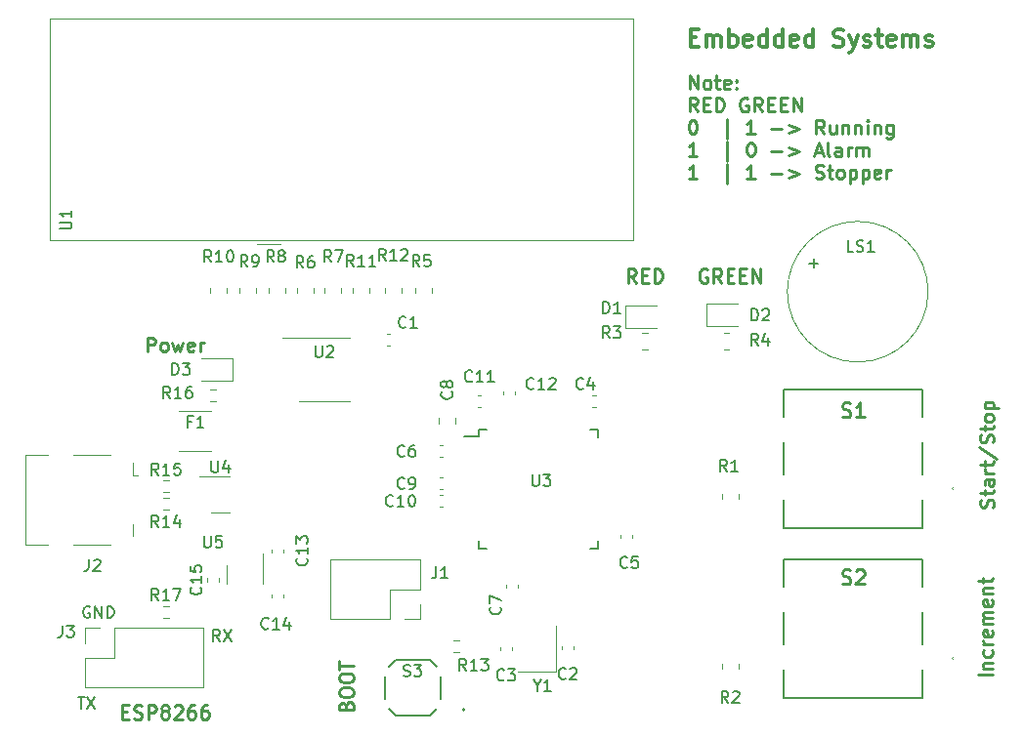
<source format=gbr>
%TF.GenerationSoftware,KiCad,Pcbnew,7.0.1*%
%TF.CreationDate,2023-04-16T16:31:14-06:00*%
%TF.ProjectId,Phase_B_ATMEGA_v3,50686173-655f-4425-9f41-544d4547415f,rev?*%
%TF.SameCoordinates,Original*%
%TF.FileFunction,Legend,Top*%
%TF.FilePolarity,Positive*%
%FSLAX46Y46*%
G04 Gerber Fmt 4.6, Leading zero omitted, Abs format (unit mm)*
G04 Created by KiCad (PCBNEW 7.0.1) date 2023-04-16 16:31:14*
%MOMM*%
%LPD*%
G01*
G04 APERTURE LIST*
%ADD10C,0.150000*%
%ADD11C,0.240000*%
%ADD12C,0.300000*%
%ADD13C,0.254000*%
%ADD14C,0.120000*%
%ADD15C,0.127000*%
%ADD16C,0.200000*%
%ADD17C,0.100000*%
G04 APERTURE END LIST*
D10*
X84836095Y-107920619D02*
X85407523Y-107920619D01*
X85121809Y-108920619D02*
X85121809Y-107920619D01*
X85645619Y-107920619D02*
X86312285Y-108920619D01*
X86312285Y-107920619D02*
X85645619Y-108920619D01*
D11*
X133178428Y-71989142D02*
X132778428Y-71417714D01*
X132492714Y-71989142D02*
X132492714Y-70789142D01*
X132492714Y-70789142D02*
X132949857Y-70789142D01*
X132949857Y-70789142D02*
X133064142Y-70846285D01*
X133064142Y-70846285D02*
X133121285Y-70903428D01*
X133121285Y-70903428D02*
X133178428Y-71017714D01*
X133178428Y-71017714D02*
X133178428Y-71189142D01*
X133178428Y-71189142D02*
X133121285Y-71303428D01*
X133121285Y-71303428D02*
X133064142Y-71360571D01*
X133064142Y-71360571D02*
X132949857Y-71417714D01*
X132949857Y-71417714D02*
X132492714Y-71417714D01*
X133692714Y-71360571D02*
X134092714Y-71360571D01*
X134264142Y-71989142D02*
X133692714Y-71989142D01*
X133692714Y-71989142D02*
X133692714Y-70789142D01*
X133692714Y-70789142D02*
X134264142Y-70789142D01*
X134778428Y-71989142D02*
X134778428Y-70789142D01*
X134778428Y-70789142D02*
X135064142Y-70789142D01*
X135064142Y-70789142D02*
X135235571Y-70846285D01*
X135235571Y-70846285D02*
X135349856Y-70960571D01*
X135349856Y-70960571D02*
X135406999Y-71074857D01*
X135406999Y-71074857D02*
X135464142Y-71303428D01*
X135464142Y-71303428D02*
X135464142Y-71474857D01*
X135464142Y-71474857D02*
X135406999Y-71703428D01*
X135406999Y-71703428D02*
X135349856Y-71817714D01*
X135349856Y-71817714D02*
X135235571Y-71932000D01*
X135235571Y-71932000D02*
X135064142Y-71989142D01*
X135064142Y-71989142D02*
X134778428Y-71989142D01*
D12*
X137898142Y-50719714D02*
X138398142Y-50719714D01*
X138612428Y-51505428D02*
X137898142Y-51505428D01*
X137898142Y-51505428D02*
X137898142Y-50005428D01*
X137898142Y-50005428D02*
X138612428Y-50005428D01*
X139255285Y-51505428D02*
X139255285Y-50505428D01*
X139255285Y-50648285D02*
X139326714Y-50576857D01*
X139326714Y-50576857D02*
X139469571Y-50505428D01*
X139469571Y-50505428D02*
X139683857Y-50505428D01*
X139683857Y-50505428D02*
X139826714Y-50576857D01*
X139826714Y-50576857D02*
X139898143Y-50719714D01*
X139898143Y-50719714D02*
X139898143Y-51505428D01*
X139898143Y-50719714D02*
X139969571Y-50576857D01*
X139969571Y-50576857D02*
X140112428Y-50505428D01*
X140112428Y-50505428D02*
X140326714Y-50505428D01*
X140326714Y-50505428D02*
X140469571Y-50576857D01*
X140469571Y-50576857D02*
X140541000Y-50719714D01*
X140541000Y-50719714D02*
X140541000Y-51505428D01*
X141255285Y-51505428D02*
X141255285Y-50005428D01*
X141255285Y-50576857D02*
X141398143Y-50505428D01*
X141398143Y-50505428D02*
X141683857Y-50505428D01*
X141683857Y-50505428D02*
X141826714Y-50576857D01*
X141826714Y-50576857D02*
X141898143Y-50648285D01*
X141898143Y-50648285D02*
X141969571Y-50791142D01*
X141969571Y-50791142D02*
X141969571Y-51219714D01*
X141969571Y-51219714D02*
X141898143Y-51362571D01*
X141898143Y-51362571D02*
X141826714Y-51434000D01*
X141826714Y-51434000D02*
X141683857Y-51505428D01*
X141683857Y-51505428D02*
X141398143Y-51505428D01*
X141398143Y-51505428D02*
X141255285Y-51434000D01*
X143183857Y-51434000D02*
X143041000Y-51505428D01*
X143041000Y-51505428D02*
X142755286Y-51505428D01*
X142755286Y-51505428D02*
X142612428Y-51434000D01*
X142612428Y-51434000D02*
X142541000Y-51291142D01*
X142541000Y-51291142D02*
X142541000Y-50719714D01*
X142541000Y-50719714D02*
X142612428Y-50576857D01*
X142612428Y-50576857D02*
X142755286Y-50505428D01*
X142755286Y-50505428D02*
X143041000Y-50505428D01*
X143041000Y-50505428D02*
X143183857Y-50576857D01*
X143183857Y-50576857D02*
X143255286Y-50719714D01*
X143255286Y-50719714D02*
X143255286Y-50862571D01*
X143255286Y-50862571D02*
X142541000Y-51005428D01*
X144541000Y-51505428D02*
X144541000Y-50005428D01*
X144541000Y-51434000D02*
X144398142Y-51505428D01*
X144398142Y-51505428D02*
X144112428Y-51505428D01*
X144112428Y-51505428D02*
X143969571Y-51434000D01*
X143969571Y-51434000D02*
X143898142Y-51362571D01*
X143898142Y-51362571D02*
X143826714Y-51219714D01*
X143826714Y-51219714D02*
X143826714Y-50791142D01*
X143826714Y-50791142D02*
X143898142Y-50648285D01*
X143898142Y-50648285D02*
X143969571Y-50576857D01*
X143969571Y-50576857D02*
X144112428Y-50505428D01*
X144112428Y-50505428D02*
X144398142Y-50505428D01*
X144398142Y-50505428D02*
X144541000Y-50576857D01*
X145898143Y-51505428D02*
X145898143Y-50005428D01*
X145898143Y-51434000D02*
X145755285Y-51505428D01*
X145755285Y-51505428D02*
X145469571Y-51505428D01*
X145469571Y-51505428D02*
X145326714Y-51434000D01*
X145326714Y-51434000D02*
X145255285Y-51362571D01*
X145255285Y-51362571D02*
X145183857Y-51219714D01*
X145183857Y-51219714D02*
X145183857Y-50791142D01*
X145183857Y-50791142D02*
X145255285Y-50648285D01*
X145255285Y-50648285D02*
X145326714Y-50576857D01*
X145326714Y-50576857D02*
X145469571Y-50505428D01*
X145469571Y-50505428D02*
X145755285Y-50505428D01*
X145755285Y-50505428D02*
X145898143Y-50576857D01*
X147183857Y-51434000D02*
X147041000Y-51505428D01*
X147041000Y-51505428D02*
X146755286Y-51505428D01*
X146755286Y-51505428D02*
X146612428Y-51434000D01*
X146612428Y-51434000D02*
X146541000Y-51291142D01*
X146541000Y-51291142D02*
X146541000Y-50719714D01*
X146541000Y-50719714D02*
X146612428Y-50576857D01*
X146612428Y-50576857D02*
X146755286Y-50505428D01*
X146755286Y-50505428D02*
X147041000Y-50505428D01*
X147041000Y-50505428D02*
X147183857Y-50576857D01*
X147183857Y-50576857D02*
X147255286Y-50719714D01*
X147255286Y-50719714D02*
X147255286Y-50862571D01*
X147255286Y-50862571D02*
X146541000Y-51005428D01*
X148541000Y-51505428D02*
X148541000Y-50005428D01*
X148541000Y-51434000D02*
X148398142Y-51505428D01*
X148398142Y-51505428D02*
X148112428Y-51505428D01*
X148112428Y-51505428D02*
X147969571Y-51434000D01*
X147969571Y-51434000D02*
X147898142Y-51362571D01*
X147898142Y-51362571D02*
X147826714Y-51219714D01*
X147826714Y-51219714D02*
X147826714Y-50791142D01*
X147826714Y-50791142D02*
X147898142Y-50648285D01*
X147898142Y-50648285D02*
X147969571Y-50576857D01*
X147969571Y-50576857D02*
X148112428Y-50505428D01*
X148112428Y-50505428D02*
X148398142Y-50505428D01*
X148398142Y-50505428D02*
X148541000Y-50576857D01*
X150326714Y-51434000D02*
X150541000Y-51505428D01*
X150541000Y-51505428D02*
X150898142Y-51505428D01*
X150898142Y-51505428D02*
X151041000Y-51434000D01*
X151041000Y-51434000D02*
X151112428Y-51362571D01*
X151112428Y-51362571D02*
X151183857Y-51219714D01*
X151183857Y-51219714D02*
X151183857Y-51076857D01*
X151183857Y-51076857D02*
X151112428Y-50934000D01*
X151112428Y-50934000D02*
X151041000Y-50862571D01*
X151041000Y-50862571D02*
X150898142Y-50791142D01*
X150898142Y-50791142D02*
X150612428Y-50719714D01*
X150612428Y-50719714D02*
X150469571Y-50648285D01*
X150469571Y-50648285D02*
X150398142Y-50576857D01*
X150398142Y-50576857D02*
X150326714Y-50434000D01*
X150326714Y-50434000D02*
X150326714Y-50291142D01*
X150326714Y-50291142D02*
X150398142Y-50148285D01*
X150398142Y-50148285D02*
X150469571Y-50076857D01*
X150469571Y-50076857D02*
X150612428Y-50005428D01*
X150612428Y-50005428D02*
X150969571Y-50005428D01*
X150969571Y-50005428D02*
X151183857Y-50076857D01*
X151683856Y-50505428D02*
X152040999Y-51505428D01*
X152398142Y-50505428D02*
X152040999Y-51505428D01*
X152040999Y-51505428D02*
X151898142Y-51862571D01*
X151898142Y-51862571D02*
X151826713Y-51934000D01*
X151826713Y-51934000D02*
X151683856Y-52005428D01*
X152898142Y-51434000D02*
X153040999Y-51505428D01*
X153040999Y-51505428D02*
X153326713Y-51505428D01*
X153326713Y-51505428D02*
X153469570Y-51434000D01*
X153469570Y-51434000D02*
X153540999Y-51291142D01*
X153540999Y-51291142D02*
X153540999Y-51219714D01*
X153540999Y-51219714D02*
X153469570Y-51076857D01*
X153469570Y-51076857D02*
X153326713Y-51005428D01*
X153326713Y-51005428D02*
X153112428Y-51005428D01*
X153112428Y-51005428D02*
X152969570Y-50934000D01*
X152969570Y-50934000D02*
X152898142Y-50791142D01*
X152898142Y-50791142D02*
X152898142Y-50719714D01*
X152898142Y-50719714D02*
X152969570Y-50576857D01*
X152969570Y-50576857D02*
X153112428Y-50505428D01*
X153112428Y-50505428D02*
X153326713Y-50505428D01*
X153326713Y-50505428D02*
X153469570Y-50576857D01*
X153969571Y-50505428D02*
X154540999Y-50505428D01*
X154183856Y-50005428D02*
X154183856Y-51291142D01*
X154183856Y-51291142D02*
X154255285Y-51434000D01*
X154255285Y-51434000D02*
X154398142Y-51505428D01*
X154398142Y-51505428D02*
X154540999Y-51505428D01*
X155612428Y-51434000D02*
X155469571Y-51505428D01*
X155469571Y-51505428D02*
X155183857Y-51505428D01*
X155183857Y-51505428D02*
X155040999Y-51434000D01*
X155040999Y-51434000D02*
X154969571Y-51291142D01*
X154969571Y-51291142D02*
X154969571Y-50719714D01*
X154969571Y-50719714D02*
X155040999Y-50576857D01*
X155040999Y-50576857D02*
X155183857Y-50505428D01*
X155183857Y-50505428D02*
X155469571Y-50505428D01*
X155469571Y-50505428D02*
X155612428Y-50576857D01*
X155612428Y-50576857D02*
X155683857Y-50719714D01*
X155683857Y-50719714D02*
X155683857Y-50862571D01*
X155683857Y-50862571D02*
X154969571Y-51005428D01*
X156326713Y-51505428D02*
X156326713Y-50505428D01*
X156326713Y-50648285D02*
X156398142Y-50576857D01*
X156398142Y-50576857D02*
X156540999Y-50505428D01*
X156540999Y-50505428D02*
X156755285Y-50505428D01*
X156755285Y-50505428D02*
X156898142Y-50576857D01*
X156898142Y-50576857D02*
X156969571Y-50719714D01*
X156969571Y-50719714D02*
X156969571Y-51505428D01*
X156969571Y-50719714D02*
X157040999Y-50576857D01*
X157040999Y-50576857D02*
X157183856Y-50505428D01*
X157183856Y-50505428D02*
X157398142Y-50505428D01*
X157398142Y-50505428D02*
X157540999Y-50576857D01*
X157540999Y-50576857D02*
X157612428Y-50719714D01*
X157612428Y-50719714D02*
X157612428Y-51505428D01*
X158255285Y-51434000D02*
X158398142Y-51505428D01*
X158398142Y-51505428D02*
X158683856Y-51505428D01*
X158683856Y-51505428D02*
X158826713Y-51434000D01*
X158826713Y-51434000D02*
X158898142Y-51291142D01*
X158898142Y-51291142D02*
X158898142Y-51219714D01*
X158898142Y-51219714D02*
X158826713Y-51076857D01*
X158826713Y-51076857D02*
X158683856Y-51005428D01*
X158683856Y-51005428D02*
X158469571Y-51005428D01*
X158469571Y-51005428D02*
X158326713Y-50934000D01*
X158326713Y-50934000D02*
X158255285Y-50791142D01*
X158255285Y-50791142D02*
X158255285Y-50719714D01*
X158255285Y-50719714D02*
X158326713Y-50576857D01*
X158326713Y-50576857D02*
X158469571Y-50505428D01*
X158469571Y-50505428D02*
X158683856Y-50505428D01*
X158683856Y-50505428D02*
X158826713Y-50576857D01*
D11*
X164134000Y-91465428D02*
X164191142Y-91294000D01*
X164191142Y-91294000D02*
X164191142Y-91008285D01*
X164191142Y-91008285D02*
X164134000Y-90894000D01*
X164134000Y-90894000D02*
X164076857Y-90836857D01*
X164076857Y-90836857D02*
X163962571Y-90779714D01*
X163962571Y-90779714D02*
X163848285Y-90779714D01*
X163848285Y-90779714D02*
X163734000Y-90836857D01*
X163734000Y-90836857D02*
X163676857Y-90894000D01*
X163676857Y-90894000D02*
X163619714Y-91008285D01*
X163619714Y-91008285D02*
X163562571Y-91236857D01*
X163562571Y-91236857D02*
X163505428Y-91351142D01*
X163505428Y-91351142D02*
X163448285Y-91408285D01*
X163448285Y-91408285D02*
X163334000Y-91465428D01*
X163334000Y-91465428D02*
X163219714Y-91465428D01*
X163219714Y-91465428D02*
X163105428Y-91408285D01*
X163105428Y-91408285D02*
X163048285Y-91351142D01*
X163048285Y-91351142D02*
X162991142Y-91236857D01*
X162991142Y-91236857D02*
X162991142Y-90951142D01*
X162991142Y-90951142D02*
X163048285Y-90779714D01*
X163391142Y-90436857D02*
X163391142Y-89979714D01*
X162991142Y-90265428D02*
X164019714Y-90265428D01*
X164019714Y-90265428D02*
X164134000Y-90208285D01*
X164134000Y-90208285D02*
X164191142Y-90094000D01*
X164191142Y-90094000D02*
X164191142Y-89979714D01*
X164191142Y-89065429D02*
X163562571Y-89065429D01*
X163562571Y-89065429D02*
X163448285Y-89122571D01*
X163448285Y-89122571D02*
X163391142Y-89236857D01*
X163391142Y-89236857D02*
X163391142Y-89465429D01*
X163391142Y-89465429D02*
X163448285Y-89579714D01*
X164134000Y-89065429D02*
X164191142Y-89179714D01*
X164191142Y-89179714D02*
X164191142Y-89465429D01*
X164191142Y-89465429D02*
X164134000Y-89579714D01*
X164134000Y-89579714D02*
X164019714Y-89636857D01*
X164019714Y-89636857D02*
X163905428Y-89636857D01*
X163905428Y-89636857D02*
X163791142Y-89579714D01*
X163791142Y-89579714D02*
X163734000Y-89465429D01*
X163734000Y-89465429D02*
X163734000Y-89179714D01*
X163734000Y-89179714D02*
X163676857Y-89065429D01*
X164191142Y-88494000D02*
X163391142Y-88494000D01*
X163619714Y-88494000D02*
X163505428Y-88436857D01*
X163505428Y-88436857D02*
X163448285Y-88379715D01*
X163448285Y-88379715D02*
X163391142Y-88265429D01*
X163391142Y-88265429D02*
X163391142Y-88151143D01*
X163391142Y-87922572D02*
X163391142Y-87465429D01*
X162991142Y-87751143D02*
X164019714Y-87751143D01*
X164019714Y-87751143D02*
X164134000Y-87694000D01*
X164134000Y-87694000D02*
X164191142Y-87579715D01*
X164191142Y-87579715D02*
X164191142Y-87465429D01*
X162934000Y-86208286D02*
X164476857Y-87236858D01*
X164134000Y-85865429D02*
X164191142Y-85694001D01*
X164191142Y-85694001D02*
X164191142Y-85408286D01*
X164191142Y-85408286D02*
X164134000Y-85294001D01*
X164134000Y-85294001D02*
X164076857Y-85236858D01*
X164076857Y-85236858D02*
X163962571Y-85179715D01*
X163962571Y-85179715D02*
X163848285Y-85179715D01*
X163848285Y-85179715D02*
X163734000Y-85236858D01*
X163734000Y-85236858D02*
X163676857Y-85294001D01*
X163676857Y-85294001D02*
X163619714Y-85408286D01*
X163619714Y-85408286D02*
X163562571Y-85636858D01*
X163562571Y-85636858D02*
X163505428Y-85751143D01*
X163505428Y-85751143D02*
X163448285Y-85808286D01*
X163448285Y-85808286D02*
X163334000Y-85865429D01*
X163334000Y-85865429D02*
X163219714Y-85865429D01*
X163219714Y-85865429D02*
X163105428Y-85808286D01*
X163105428Y-85808286D02*
X163048285Y-85751143D01*
X163048285Y-85751143D02*
X162991142Y-85636858D01*
X162991142Y-85636858D02*
X162991142Y-85351143D01*
X162991142Y-85351143D02*
X163048285Y-85179715D01*
X163391142Y-84836858D02*
X163391142Y-84379715D01*
X162991142Y-84665429D02*
X164019714Y-84665429D01*
X164019714Y-84665429D02*
X164134000Y-84608286D01*
X164134000Y-84608286D02*
X164191142Y-84494001D01*
X164191142Y-84494001D02*
X164191142Y-84379715D01*
X164191142Y-83808287D02*
X164134000Y-83922572D01*
X164134000Y-83922572D02*
X164076857Y-83979715D01*
X164076857Y-83979715D02*
X163962571Y-84036858D01*
X163962571Y-84036858D02*
X163619714Y-84036858D01*
X163619714Y-84036858D02*
X163505428Y-83979715D01*
X163505428Y-83979715D02*
X163448285Y-83922572D01*
X163448285Y-83922572D02*
X163391142Y-83808287D01*
X163391142Y-83808287D02*
X163391142Y-83636858D01*
X163391142Y-83636858D02*
X163448285Y-83522572D01*
X163448285Y-83522572D02*
X163505428Y-83465430D01*
X163505428Y-83465430D02*
X163619714Y-83408287D01*
X163619714Y-83408287D02*
X163962571Y-83408287D01*
X163962571Y-83408287D02*
X164076857Y-83465430D01*
X164076857Y-83465430D02*
X164134000Y-83522572D01*
X164134000Y-83522572D02*
X164191142Y-83636858D01*
X164191142Y-83636858D02*
X164191142Y-83808287D01*
X163391142Y-82894001D02*
X164591142Y-82894001D01*
X163448285Y-82894001D02*
X163391142Y-82779716D01*
X163391142Y-82779716D02*
X163391142Y-82551144D01*
X163391142Y-82551144D02*
X163448285Y-82436858D01*
X163448285Y-82436858D02*
X163505428Y-82379716D01*
X163505428Y-82379716D02*
X163619714Y-82322573D01*
X163619714Y-82322573D02*
X163962571Y-82322573D01*
X163962571Y-82322573D02*
X164076857Y-82379716D01*
X164076857Y-82379716D02*
X164134000Y-82436858D01*
X164134000Y-82436858D02*
X164191142Y-82551144D01*
X164191142Y-82551144D02*
X164191142Y-82779716D01*
X164191142Y-82779716D02*
X164134000Y-82894001D01*
D10*
X97115333Y-103078619D02*
X96782000Y-102602428D01*
X96543905Y-103078619D02*
X96543905Y-102078619D01*
X96543905Y-102078619D02*
X96924857Y-102078619D01*
X96924857Y-102078619D02*
X97020095Y-102126238D01*
X97020095Y-102126238D02*
X97067714Y-102173857D01*
X97067714Y-102173857D02*
X97115333Y-102269095D01*
X97115333Y-102269095D02*
X97115333Y-102411952D01*
X97115333Y-102411952D02*
X97067714Y-102507190D01*
X97067714Y-102507190D02*
X97020095Y-102554809D01*
X97020095Y-102554809D02*
X96924857Y-102602428D01*
X96924857Y-102602428D02*
X96543905Y-102602428D01*
X97448667Y-102078619D02*
X98115333Y-103078619D01*
X98115333Y-102078619D02*
X97448667Y-103078619D01*
D11*
X137826714Y-55196142D02*
X137826714Y-53996142D01*
X137826714Y-53996142D02*
X138512428Y-55196142D01*
X138512428Y-55196142D02*
X138512428Y-53996142D01*
X139255285Y-55196142D02*
X139141000Y-55139000D01*
X139141000Y-55139000D02*
X139083857Y-55081857D01*
X139083857Y-55081857D02*
X139026714Y-54967571D01*
X139026714Y-54967571D02*
X139026714Y-54624714D01*
X139026714Y-54624714D02*
X139083857Y-54510428D01*
X139083857Y-54510428D02*
X139141000Y-54453285D01*
X139141000Y-54453285D02*
X139255285Y-54396142D01*
X139255285Y-54396142D02*
X139426714Y-54396142D01*
X139426714Y-54396142D02*
X139541000Y-54453285D01*
X139541000Y-54453285D02*
X139598143Y-54510428D01*
X139598143Y-54510428D02*
X139655285Y-54624714D01*
X139655285Y-54624714D02*
X139655285Y-54967571D01*
X139655285Y-54967571D02*
X139598143Y-55081857D01*
X139598143Y-55081857D02*
X139541000Y-55139000D01*
X139541000Y-55139000D02*
X139426714Y-55196142D01*
X139426714Y-55196142D02*
X139255285Y-55196142D01*
X139998142Y-54396142D02*
X140455285Y-54396142D01*
X140169571Y-53996142D02*
X140169571Y-55024714D01*
X140169571Y-55024714D02*
X140226714Y-55139000D01*
X140226714Y-55139000D02*
X140340999Y-55196142D01*
X140340999Y-55196142D02*
X140455285Y-55196142D01*
X141312428Y-55139000D02*
X141198142Y-55196142D01*
X141198142Y-55196142D02*
X140969571Y-55196142D01*
X140969571Y-55196142D02*
X140855285Y-55139000D01*
X140855285Y-55139000D02*
X140798142Y-55024714D01*
X140798142Y-55024714D02*
X140798142Y-54567571D01*
X140798142Y-54567571D02*
X140855285Y-54453285D01*
X140855285Y-54453285D02*
X140969571Y-54396142D01*
X140969571Y-54396142D02*
X141198142Y-54396142D01*
X141198142Y-54396142D02*
X141312428Y-54453285D01*
X141312428Y-54453285D02*
X141369571Y-54567571D01*
X141369571Y-54567571D02*
X141369571Y-54681857D01*
X141369571Y-54681857D02*
X140798142Y-54796142D01*
X141883856Y-55081857D02*
X141940999Y-55139000D01*
X141940999Y-55139000D02*
X141883856Y-55196142D01*
X141883856Y-55196142D02*
X141826713Y-55139000D01*
X141826713Y-55139000D02*
X141883856Y-55081857D01*
X141883856Y-55081857D02*
X141883856Y-55196142D01*
X141883856Y-54453285D02*
X141940999Y-54510428D01*
X141940999Y-54510428D02*
X141883856Y-54567571D01*
X141883856Y-54567571D02*
X141826713Y-54510428D01*
X141826713Y-54510428D02*
X141883856Y-54453285D01*
X141883856Y-54453285D02*
X141883856Y-54567571D01*
X138512428Y-57140142D02*
X138112428Y-56568714D01*
X137826714Y-57140142D02*
X137826714Y-55940142D01*
X137826714Y-55940142D02*
X138283857Y-55940142D01*
X138283857Y-55940142D02*
X138398142Y-55997285D01*
X138398142Y-55997285D02*
X138455285Y-56054428D01*
X138455285Y-56054428D02*
X138512428Y-56168714D01*
X138512428Y-56168714D02*
X138512428Y-56340142D01*
X138512428Y-56340142D02*
X138455285Y-56454428D01*
X138455285Y-56454428D02*
X138398142Y-56511571D01*
X138398142Y-56511571D02*
X138283857Y-56568714D01*
X138283857Y-56568714D02*
X137826714Y-56568714D01*
X139026714Y-56511571D02*
X139426714Y-56511571D01*
X139598142Y-57140142D02*
X139026714Y-57140142D01*
X139026714Y-57140142D02*
X139026714Y-55940142D01*
X139026714Y-55940142D02*
X139598142Y-55940142D01*
X140112428Y-57140142D02*
X140112428Y-55940142D01*
X140112428Y-55940142D02*
X140398142Y-55940142D01*
X140398142Y-55940142D02*
X140569571Y-55997285D01*
X140569571Y-55997285D02*
X140683856Y-56111571D01*
X140683856Y-56111571D02*
X140740999Y-56225857D01*
X140740999Y-56225857D02*
X140798142Y-56454428D01*
X140798142Y-56454428D02*
X140798142Y-56625857D01*
X140798142Y-56625857D02*
X140740999Y-56854428D01*
X140740999Y-56854428D02*
X140683856Y-56968714D01*
X140683856Y-56968714D02*
X140569571Y-57083000D01*
X140569571Y-57083000D02*
X140398142Y-57140142D01*
X140398142Y-57140142D02*
X140112428Y-57140142D01*
X142855285Y-55997285D02*
X142741000Y-55940142D01*
X142741000Y-55940142D02*
X142569571Y-55940142D01*
X142569571Y-55940142D02*
X142398142Y-55997285D01*
X142398142Y-55997285D02*
X142283857Y-56111571D01*
X142283857Y-56111571D02*
X142226714Y-56225857D01*
X142226714Y-56225857D02*
X142169571Y-56454428D01*
X142169571Y-56454428D02*
X142169571Y-56625857D01*
X142169571Y-56625857D02*
X142226714Y-56854428D01*
X142226714Y-56854428D02*
X142283857Y-56968714D01*
X142283857Y-56968714D02*
X142398142Y-57083000D01*
X142398142Y-57083000D02*
X142569571Y-57140142D01*
X142569571Y-57140142D02*
X142683857Y-57140142D01*
X142683857Y-57140142D02*
X142855285Y-57083000D01*
X142855285Y-57083000D02*
X142912428Y-57025857D01*
X142912428Y-57025857D02*
X142912428Y-56625857D01*
X142912428Y-56625857D02*
X142683857Y-56625857D01*
X144112428Y-57140142D02*
X143712428Y-56568714D01*
X143426714Y-57140142D02*
X143426714Y-55940142D01*
X143426714Y-55940142D02*
X143883857Y-55940142D01*
X143883857Y-55940142D02*
X143998142Y-55997285D01*
X143998142Y-55997285D02*
X144055285Y-56054428D01*
X144055285Y-56054428D02*
X144112428Y-56168714D01*
X144112428Y-56168714D02*
X144112428Y-56340142D01*
X144112428Y-56340142D02*
X144055285Y-56454428D01*
X144055285Y-56454428D02*
X143998142Y-56511571D01*
X143998142Y-56511571D02*
X143883857Y-56568714D01*
X143883857Y-56568714D02*
X143426714Y-56568714D01*
X144626714Y-56511571D02*
X145026714Y-56511571D01*
X145198142Y-57140142D02*
X144626714Y-57140142D01*
X144626714Y-57140142D02*
X144626714Y-55940142D01*
X144626714Y-55940142D02*
X145198142Y-55940142D01*
X145712428Y-56511571D02*
X146112428Y-56511571D01*
X146283856Y-57140142D02*
X145712428Y-57140142D01*
X145712428Y-57140142D02*
X145712428Y-55940142D01*
X145712428Y-55940142D02*
X146283856Y-55940142D01*
X146798142Y-57140142D02*
X146798142Y-55940142D01*
X146798142Y-55940142D02*
X147483856Y-57140142D01*
X147483856Y-57140142D02*
X147483856Y-55940142D01*
X138055285Y-57884142D02*
X138169571Y-57884142D01*
X138169571Y-57884142D02*
X138283857Y-57941285D01*
X138283857Y-57941285D02*
X138341000Y-57998428D01*
X138341000Y-57998428D02*
X138398142Y-58112714D01*
X138398142Y-58112714D02*
X138455285Y-58341285D01*
X138455285Y-58341285D02*
X138455285Y-58627000D01*
X138455285Y-58627000D02*
X138398142Y-58855571D01*
X138398142Y-58855571D02*
X138341000Y-58969857D01*
X138341000Y-58969857D02*
X138283857Y-59027000D01*
X138283857Y-59027000D02*
X138169571Y-59084142D01*
X138169571Y-59084142D02*
X138055285Y-59084142D01*
X138055285Y-59084142D02*
X137941000Y-59027000D01*
X137941000Y-59027000D02*
X137883857Y-58969857D01*
X137883857Y-58969857D02*
X137826714Y-58855571D01*
X137826714Y-58855571D02*
X137769571Y-58627000D01*
X137769571Y-58627000D02*
X137769571Y-58341285D01*
X137769571Y-58341285D02*
X137826714Y-58112714D01*
X137826714Y-58112714D02*
X137883857Y-57998428D01*
X137883857Y-57998428D02*
X137941000Y-57941285D01*
X137941000Y-57941285D02*
X138055285Y-57884142D01*
X141083857Y-59484142D02*
X141083857Y-57769857D01*
X143483857Y-59084142D02*
X142798143Y-59084142D01*
X143141000Y-59084142D02*
X143141000Y-57884142D01*
X143141000Y-57884142D02*
X143026714Y-58055571D01*
X143026714Y-58055571D02*
X142912429Y-58169857D01*
X142912429Y-58169857D02*
X142798143Y-58227000D01*
X144912429Y-58627000D02*
X145826715Y-58627000D01*
X146398143Y-58284142D02*
X147312429Y-58627000D01*
X147312429Y-58627000D02*
X146398143Y-58969857D01*
X149483857Y-59084142D02*
X149083857Y-58512714D01*
X148798143Y-59084142D02*
X148798143Y-57884142D01*
X148798143Y-57884142D02*
X149255286Y-57884142D01*
X149255286Y-57884142D02*
X149369571Y-57941285D01*
X149369571Y-57941285D02*
X149426714Y-57998428D01*
X149426714Y-57998428D02*
X149483857Y-58112714D01*
X149483857Y-58112714D02*
X149483857Y-58284142D01*
X149483857Y-58284142D02*
X149426714Y-58398428D01*
X149426714Y-58398428D02*
X149369571Y-58455571D01*
X149369571Y-58455571D02*
X149255286Y-58512714D01*
X149255286Y-58512714D02*
X148798143Y-58512714D01*
X150512429Y-58284142D02*
X150512429Y-59084142D01*
X149998143Y-58284142D02*
X149998143Y-58912714D01*
X149998143Y-58912714D02*
X150055286Y-59027000D01*
X150055286Y-59027000D02*
X150169571Y-59084142D01*
X150169571Y-59084142D02*
X150341000Y-59084142D01*
X150341000Y-59084142D02*
X150455286Y-59027000D01*
X150455286Y-59027000D02*
X150512429Y-58969857D01*
X151083857Y-58284142D02*
X151083857Y-59084142D01*
X151083857Y-58398428D02*
X151141000Y-58341285D01*
X151141000Y-58341285D02*
X151255285Y-58284142D01*
X151255285Y-58284142D02*
X151426714Y-58284142D01*
X151426714Y-58284142D02*
X151541000Y-58341285D01*
X151541000Y-58341285D02*
X151598143Y-58455571D01*
X151598143Y-58455571D02*
X151598143Y-59084142D01*
X152169571Y-58284142D02*
X152169571Y-59084142D01*
X152169571Y-58398428D02*
X152226714Y-58341285D01*
X152226714Y-58341285D02*
X152340999Y-58284142D01*
X152340999Y-58284142D02*
X152512428Y-58284142D01*
X152512428Y-58284142D02*
X152626714Y-58341285D01*
X152626714Y-58341285D02*
X152683857Y-58455571D01*
X152683857Y-58455571D02*
X152683857Y-59084142D01*
X153255285Y-59084142D02*
X153255285Y-58284142D01*
X153255285Y-57884142D02*
X153198142Y-57941285D01*
X153198142Y-57941285D02*
X153255285Y-57998428D01*
X153255285Y-57998428D02*
X153312428Y-57941285D01*
X153312428Y-57941285D02*
X153255285Y-57884142D01*
X153255285Y-57884142D02*
X153255285Y-57998428D01*
X153826714Y-58284142D02*
X153826714Y-59084142D01*
X153826714Y-58398428D02*
X153883857Y-58341285D01*
X153883857Y-58341285D02*
X153998142Y-58284142D01*
X153998142Y-58284142D02*
X154169571Y-58284142D01*
X154169571Y-58284142D02*
X154283857Y-58341285D01*
X154283857Y-58341285D02*
X154341000Y-58455571D01*
X154341000Y-58455571D02*
X154341000Y-59084142D01*
X155426714Y-58284142D02*
X155426714Y-59255571D01*
X155426714Y-59255571D02*
X155369571Y-59369857D01*
X155369571Y-59369857D02*
X155312428Y-59427000D01*
X155312428Y-59427000D02*
X155198142Y-59484142D01*
X155198142Y-59484142D02*
X155026714Y-59484142D01*
X155026714Y-59484142D02*
X154912428Y-59427000D01*
X155426714Y-59027000D02*
X155312428Y-59084142D01*
X155312428Y-59084142D02*
X155083856Y-59084142D01*
X155083856Y-59084142D02*
X154969571Y-59027000D01*
X154969571Y-59027000D02*
X154912428Y-58969857D01*
X154912428Y-58969857D02*
X154855285Y-58855571D01*
X154855285Y-58855571D02*
X154855285Y-58512714D01*
X154855285Y-58512714D02*
X154912428Y-58398428D01*
X154912428Y-58398428D02*
X154969571Y-58341285D01*
X154969571Y-58341285D02*
X155083856Y-58284142D01*
X155083856Y-58284142D02*
X155312428Y-58284142D01*
X155312428Y-58284142D02*
X155426714Y-58341285D01*
X138455285Y-61028142D02*
X137769571Y-61028142D01*
X138112428Y-61028142D02*
X138112428Y-59828142D01*
X138112428Y-59828142D02*
X137998142Y-59999571D01*
X137998142Y-59999571D02*
X137883857Y-60113857D01*
X137883857Y-60113857D02*
X137769571Y-60171000D01*
X141083857Y-61428142D02*
X141083857Y-59713857D01*
X143083857Y-59828142D02*
X143198143Y-59828142D01*
X143198143Y-59828142D02*
X143312429Y-59885285D01*
X143312429Y-59885285D02*
X143369572Y-59942428D01*
X143369572Y-59942428D02*
X143426714Y-60056714D01*
X143426714Y-60056714D02*
X143483857Y-60285285D01*
X143483857Y-60285285D02*
X143483857Y-60571000D01*
X143483857Y-60571000D02*
X143426714Y-60799571D01*
X143426714Y-60799571D02*
X143369572Y-60913857D01*
X143369572Y-60913857D02*
X143312429Y-60971000D01*
X143312429Y-60971000D02*
X143198143Y-61028142D01*
X143198143Y-61028142D02*
X143083857Y-61028142D01*
X143083857Y-61028142D02*
X142969572Y-60971000D01*
X142969572Y-60971000D02*
X142912429Y-60913857D01*
X142912429Y-60913857D02*
X142855286Y-60799571D01*
X142855286Y-60799571D02*
X142798143Y-60571000D01*
X142798143Y-60571000D02*
X142798143Y-60285285D01*
X142798143Y-60285285D02*
X142855286Y-60056714D01*
X142855286Y-60056714D02*
X142912429Y-59942428D01*
X142912429Y-59942428D02*
X142969572Y-59885285D01*
X142969572Y-59885285D02*
X143083857Y-59828142D01*
X144912429Y-60571000D02*
X145826715Y-60571000D01*
X146398143Y-60228142D02*
X147312429Y-60571000D01*
X147312429Y-60571000D02*
X146398143Y-60913857D01*
X148741000Y-60685285D02*
X149312429Y-60685285D01*
X148626714Y-61028142D02*
X149026714Y-59828142D01*
X149026714Y-59828142D02*
X149426714Y-61028142D01*
X149998142Y-61028142D02*
X149883857Y-60971000D01*
X149883857Y-60971000D02*
X149826714Y-60856714D01*
X149826714Y-60856714D02*
X149826714Y-59828142D01*
X150969571Y-61028142D02*
X150969571Y-60399571D01*
X150969571Y-60399571D02*
X150912428Y-60285285D01*
X150912428Y-60285285D02*
X150798142Y-60228142D01*
X150798142Y-60228142D02*
X150569571Y-60228142D01*
X150569571Y-60228142D02*
X150455285Y-60285285D01*
X150969571Y-60971000D02*
X150855285Y-61028142D01*
X150855285Y-61028142D02*
X150569571Y-61028142D01*
X150569571Y-61028142D02*
X150455285Y-60971000D01*
X150455285Y-60971000D02*
X150398142Y-60856714D01*
X150398142Y-60856714D02*
X150398142Y-60742428D01*
X150398142Y-60742428D02*
X150455285Y-60628142D01*
X150455285Y-60628142D02*
X150569571Y-60571000D01*
X150569571Y-60571000D02*
X150855285Y-60571000D01*
X150855285Y-60571000D02*
X150969571Y-60513857D01*
X151540999Y-61028142D02*
X151540999Y-60228142D01*
X151540999Y-60456714D02*
X151598142Y-60342428D01*
X151598142Y-60342428D02*
X151655285Y-60285285D01*
X151655285Y-60285285D02*
X151769570Y-60228142D01*
X151769570Y-60228142D02*
X151883856Y-60228142D01*
X152283856Y-61028142D02*
X152283856Y-60228142D01*
X152283856Y-60342428D02*
X152340999Y-60285285D01*
X152340999Y-60285285D02*
X152455284Y-60228142D01*
X152455284Y-60228142D02*
X152626713Y-60228142D01*
X152626713Y-60228142D02*
X152740999Y-60285285D01*
X152740999Y-60285285D02*
X152798142Y-60399571D01*
X152798142Y-60399571D02*
X152798142Y-61028142D01*
X152798142Y-60399571D02*
X152855284Y-60285285D01*
X152855284Y-60285285D02*
X152969570Y-60228142D01*
X152969570Y-60228142D02*
X153140999Y-60228142D01*
X153140999Y-60228142D02*
X153255284Y-60285285D01*
X153255284Y-60285285D02*
X153312427Y-60399571D01*
X153312427Y-60399571D02*
X153312427Y-61028142D01*
X138455285Y-62972142D02*
X137769571Y-62972142D01*
X138112428Y-62972142D02*
X138112428Y-61772142D01*
X138112428Y-61772142D02*
X137998142Y-61943571D01*
X137998142Y-61943571D02*
X137883857Y-62057857D01*
X137883857Y-62057857D02*
X137769571Y-62115000D01*
X141083857Y-63372142D02*
X141083857Y-61657857D01*
X143483857Y-62972142D02*
X142798143Y-62972142D01*
X143141000Y-62972142D02*
X143141000Y-61772142D01*
X143141000Y-61772142D02*
X143026714Y-61943571D01*
X143026714Y-61943571D02*
X142912429Y-62057857D01*
X142912429Y-62057857D02*
X142798143Y-62115000D01*
X144912429Y-62515000D02*
X145826715Y-62515000D01*
X146398143Y-62172142D02*
X147312429Y-62515000D01*
X147312429Y-62515000D02*
X146398143Y-62857857D01*
X148741000Y-62915000D02*
X148912429Y-62972142D01*
X148912429Y-62972142D02*
X149198143Y-62972142D01*
X149198143Y-62972142D02*
X149312429Y-62915000D01*
X149312429Y-62915000D02*
X149369571Y-62857857D01*
X149369571Y-62857857D02*
X149426714Y-62743571D01*
X149426714Y-62743571D02*
X149426714Y-62629285D01*
X149426714Y-62629285D02*
X149369571Y-62515000D01*
X149369571Y-62515000D02*
X149312429Y-62457857D01*
X149312429Y-62457857D02*
X149198143Y-62400714D01*
X149198143Y-62400714D02*
X148969571Y-62343571D01*
X148969571Y-62343571D02*
X148855286Y-62286428D01*
X148855286Y-62286428D02*
X148798143Y-62229285D01*
X148798143Y-62229285D02*
X148741000Y-62115000D01*
X148741000Y-62115000D02*
X148741000Y-62000714D01*
X148741000Y-62000714D02*
X148798143Y-61886428D01*
X148798143Y-61886428D02*
X148855286Y-61829285D01*
X148855286Y-61829285D02*
X148969571Y-61772142D01*
X148969571Y-61772142D02*
X149255286Y-61772142D01*
X149255286Y-61772142D02*
X149426714Y-61829285D01*
X149769571Y-62172142D02*
X150226714Y-62172142D01*
X149941000Y-61772142D02*
X149941000Y-62800714D01*
X149941000Y-62800714D02*
X149998143Y-62915000D01*
X149998143Y-62915000D02*
X150112428Y-62972142D01*
X150112428Y-62972142D02*
X150226714Y-62972142D01*
X150798142Y-62972142D02*
X150683857Y-62915000D01*
X150683857Y-62915000D02*
X150626714Y-62857857D01*
X150626714Y-62857857D02*
X150569571Y-62743571D01*
X150569571Y-62743571D02*
X150569571Y-62400714D01*
X150569571Y-62400714D02*
X150626714Y-62286428D01*
X150626714Y-62286428D02*
X150683857Y-62229285D01*
X150683857Y-62229285D02*
X150798142Y-62172142D01*
X150798142Y-62172142D02*
X150969571Y-62172142D01*
X150969571Y-62172142D02*
X151083857Y-62229285D01*
X151083857Y-62229285D02*
X151141000Y-62286428D01*
X151141000Y-62286428D02*
X151198142Y-62400714D01*
X151198142Y-62400714D02*
X151198142Y-62743571D01*
X151198142Y-62743571D02*
X151141000Y-62857857D01*
X151141000Y-62857857D02*
X151083857Y-62915000D01*
X151083857Y-62915000D02*
X150969571Y-62972142D01*
X150969571Y-62972142D02*
X150798142Y-62972142D01*
X151712428Y-62172142D02*
X151712428Y-63372142D01*
X151712428Y-62229285D02*
X151826714Y-62172142D01*
X151826714Y-62172142D02*
X152055285Y-62172142D01*
X152055285Y-62172142D02*
X152169571Y-62229285D01*
X152169571Y-62229285D02*
X152226714Y-62286428D01*
X152226714Y-62286428D02*
X152283856Y-62400714D01*
X152283856Y-62400714D02*
X152283856Y-62743571D01*
X152283856Y-62743571D02*
X152226714Y-62857857D01*
X152226714Y-62857857D02*
X152169571Y-62915000D01*
X152169571Y-62915000D02*
X152055285Y-62972142D01*
X152055285Y-62972142D02*
X151826714Y-62972142D01*
X151826714Y-62972142D02*
X151712428Y-62915000D01*
X152798142Y-62172142D02*
X152798142Y-63372142D01*
X152798142Y-62229285D02*
X152912428Y-62172142D01*
X152912428Y-62172142D02*
X153140999Y-62172142D01*
X153140999Y-62172142D02*
X153255285Y-62229285D01*
X153255285Y-62229285D02*
X153312428Y-62286428D01*
X153312428Y-62286428D02*
X153369570Y-62400714D01*
X153369570Y-62400714D02*
X153369570Y-62743571D01*
X153369570Y-62743571D02*
X153312428Y-62857857D01*
X153312428Y-62857857D02*
X153255285Y-62915000D01*
X153255285Y-62915000D02*
X153140999Y-62972142D01*
X153140999Y-62972142D02*
X152912428Y-62972142D01*
X152912428Y-62972142D02*
X152798142Y-62915000D01*
X154340999Y-62915000D02*
X154226713Y-62972142D01*
X154226713Y-62972142D02*
X153998142Y-62972142D01*
X153998142Y-62972142D02*
X153883856Y-62915000D01*
X153883856Y-62915000D02*
X153826713Y-62800714D01*
X153826713Y-62800714D02*
X153826713Y-62343571D01*
X153826713Y-62343571D02*
X153883856Y-62229285D01*
X153883856Y-62229285D02*
X153998142Y-62172142D01*
X153998142Y-62172142D02*
X154226713Y-62172142D01*
X154226713Y-62172142D02*
X154340999Y-62229285D01*
X154340999Y-62229285D02*
X154398142Y-62343571D01*
X154398142Y-62343571D02*
X154398142Y-62457857D01*
X154398142Y-62457857D02*
X153826713Y-62572142D01*
X154912427Y-62972142D02*
X154912427Y-62172142D01*
X154912427Y-62400714D02*
X154969570Y-62286428D01*
X154969570Y-62286428D02*
X155026713Y-62229285D01*
X155026713Y-62229285D02*
X155140998Y-62172142D01*
X155140998Y-62172142D02*
X155255284Y-62172142D01*
X164064142Y-106013285D02*
X162864142Y-106013285D01*
X163264142Y-105441856D02*
X164064142Y-105441856D01*
X163378428Y-105441856D02*
X163321285Y-105384713D01*
X163321285Y-105384713D02*
X163264142Y-105270428D01*
X163264142Y-105270428D02*
X163264142Y-105098999D01*
X163264142Y-105098999D02*
X163321285Y-104984713D01*
X163321285Y-104984713D02*
X163435571Y-104927571D01*
X163435571Y-104927571D02*
X164064142Y-104927571D01*
X164007000Y-103841857D02*
X164064142Y-103956142D01*
X164064142Y-103956142D02*
X164064142Y-104184714D01*
X164064142Y-104184714D02*
X164007000Y-104298999D01*
X164007000Y-104298999D02*
X163949857Y-104356142D01*
X163949857Y-104356142D02*
X163835571Y-104413285D01*
X163835571Y-104413285D02*
X163492714Y-104413285D01*
X163492714Y-104413285D02*
X163378428Y-104356142D01*
X163378428Y-104356142D02*
X163321285Y-104298999D01*
X163321285Y-104298999D02*
X163264142Y-104184714D01*
X163264142Y-104184714D02*
X163264142Y-103956142D01*
X163264142Y-103956142D02*
X163321285Y-103841857D01*
X164064142Y-103327571D02*
X163264142Y-103327571D01*
X163492714Y-103327571D02*
X163378428Y-103270428D01*
X163378428Y-103270428D02*
X163321285Y-103213286D01*
X163321285Y-103213286D02*
X163264142Y-103099000D01*
X163264142Y-103099000D02*
X163264142Y-102984714D01*
X164007000Y-102127571D02*
X164064142Y-102241857D01*
X164064142Y-102241857D02*
X164064142Y-102470429D01*
X164064142Y-102470429D02*
X164007000Y-102584714D01*
X164007000Y-102584714D02*
X163892714Y-102641857D01*
X163892714Y-102641857D02*
X163435571Y-102641857D01*
X163435571Y-102641857D02*
X163321285Y-102584714D01*
X163321285Y-102584714D02*
X163264142Y-102470429D01*
X163264142Y-102470429D02*
X163264142Y-102241857D01*
X163264142Y-102241857D02*
X163321285Y-102127571D01*
X163321285Y-102127571D02*
X163435571Y-102070429D01*
X163435571Y-102070429D02*
X163549857Y-102070429D01*
X163549857Y-102070429D02*
X163664142Y-102641857D01*
X164064142Y-101556143D02*
X163264142Y-101556143D01*
X163378428Y-101556143D02*
X163321285Y-101499000D01*
X163321285Y-101499000D02*
X163264142Y-101384715D01*
X163264142Y-101384715D02*
X163264142Y-101213286D01*
X163264142Y-101213286D02*
X163321285Y-101099000D01*
X163321285Y-101099000D02*
X163435571Y-101041858D01*
X163435571Y-101041858D02*
X164064142Y-101041858D01*
X163435571Y-101041858D02*
X163321285Y-100984715D01*
X163321285Y-100984715D02*
X163264142Y-100870429D01*
X163264142Y-100870429D02*
X163264142Y-100699000D01*
X163264142Y-100699000D02*
X163321285Y-100584715D01*
X163321285Y-100584715D02*
X163435571Y-100527572D01*
X163435571Y-100527572D02*
X164064142Y-100527572D01*
X164007000Y-99499000D02*
X164064142Y-99613286D01*
X164064142Y-99613286D02*
X164064142Y-99841858D01*
X164064142Y-99841858D02*
X164007000Y-99956143D01*
X164007000Y-99956143D02*
X163892714Y-100013286D01*
X163892714Y-100013286D02*
X163435571Y-100013286D01*
X163435571Y-100013286D02*
X163321285Y-99956143D01*
X163321285Y-99956143D02*
X163264142Y-99841858D01*
X163264142Y-99841858D02*
X163264142Y-99613286D01*
X163264142Y-99613286D02*
X163321285Y-99499000D01*
X163321285Y-99499000D02*
X163435571Y-99441858D01*
X163435571Y-99441858D02*
X163549857Y-99441858D01*
X163549857Y-99441858D02*
X163664142Y-100013286D01*
X163264142Y-98927572D02*
X164064142Y-98927572D01*
X163378428Y-98927572D02*
X163321285Y-98870429D01*
X163321285Y-98870429D02*
X163264142Y-98756144D01*
X163264142Y-98756144D02*
X163264142Y-98584715D01*
X163264142Y-98584715D02*
X163321285Y-98470429D01*
X163321285Y-98470429D02*
X163435571Y-98413287D01*
X163435571Y-98413287D02*
X164064142Y-98413287D01*
X163264142Y-98013287D02*
X163264142Y-97556144D01*
X162864142Y-97841858D02*
X163892714Y-97841858D01*
X163892714Y-97841858D02*
X164007000Y-97784715D01*
X164007000Y-97784715D02*
X164064142Y-97670430D01*
X164064142Y-97670430D02*
X164064142Y-97556144D01*
X88677714Y-109206571D02*
X89077714Y-109206571D01*
X89249142Y-109835142D02*
X88677714Y-109835142D01*
X88677714Y-109835142D02*
X88677714Y-108635142D01*
X88677714Y-108635142D02*
X89249142Y-108635142D01*
X89706285Y-109778000D02*
X89877714Y-109835142D01*
X89877714Y-109835142D02*
X90163428Y-109835142D01*
X90163428Y-109835142D02*
X90277714Y-109778000D01*
X90277714Y-109778000D02*
X90334856Y-109720857D01*
X90334856Y-109720857D02*
X90391999Y-109606571D01*
X90391999Y-109606571D02*
X90391999Y-109492285D01*
X90391999Y-109492285D02*
X90334856Y-109378000D01*
X90334856Y-109378000D02*
X90277714Y-109320857D01*
X90277714Y-109320857D02*
X90163428Y-109263714D01*
X90163428Y-109263714D02*
X89934856Y-109206571D01*
X89934856Y-109206571D02*
X89820571Y-109149428D01*
X89820571Y-109149428D02*
X89763428Y-109092285D01*
X89763428Y-109092285D02*
X89706285Y-108978000D01*
X89706285Y-108978000D02*
X89706285Y-108863714D01*
X89706285Y-108863714D02*
X89763428Y-108749428D01*
X89763428Y-108749428D02*
X89820571Y-108692285D01*
X89820571Y-108692285D02*
X89934856Y-108635142D01*
X89934856Y-108635142D02*
X90220571Y-108635142D01*
X90220571Y-108635142D02*
X90391999Y-108692285D01*
X90906285Y-109835142D02*
X90906285Y-108635142D01*
X90906285Y-108635142D02*
X91363428Y-108635142D01*
X91363428Y-108635142D02*
X91477713Y-108692285D01*
X91477713Y-108692285D02*
X91534856Y-108749428D01*
X91534856Y-108749428D02*
X91591999Y-108863714D01*
X91591999Y-108863714D02*
X91591999Y-109035142D01*
X91591999Y-109035142D02*
X91534856Y-109149428D01*
X91534856Y-109149428D02*
X91477713Y-109206571D01*
X91477713Y-109206571D02*
X91363428Y-109263714D01*
X91363428Y-109263714D02*
X90906285Y-109263714D01*
X92277713Y-109149428D02*
X92163428Y-109092285D01*
X92163428Y-109092285D02*
X92106285Y-109035142D01*
X92106285Y-109035142D02*
X92049142Y-108920857D01*
X92049142Y-108920857D02*
X92049142Y-108863714D01*
X92049142Y-108863714D02*
X92106285Y-108749428D01*
X92106285Y-108749428D02*
X92163428Y-108692285D01*
X92163428Y-108692285D02*
X92277713Y-108635142D01*
X92277713Y-108635142D02*
X92506285Y-108635142D01*
X92506285Y-108635142D02*
X92620571Y-108692285D01*
X92620571Y-108692285D02*
X92677713Y-108749428D01*
X92677713Y-108749428D02*
X92734856Y-108863714D01*
X92734856Y-108863714D02*
X92734856Y-108920857D01*
X92734856Y-108920857D02*
X92677713Y-109035142D01*
X92677713Y-109035142D02*
X92620571Y-109092285D01*
X92620571Y-109092285D02*
X92506285Y-109149428D01*
X92506285Y-109149428D02*
X92277713Y-109149428D01*
X92277713Y-109149428D02*
X92163428Y-109206571D01*
X92163428Y-109206571D02*
X92106285Y-109263714D01*
X92106285Y-109263714D02*
X92049142Y-109378000D01*
X92049142Y-109378000D02*
X92049142Y-109606571D01*
X92049142Y-109606571D02*
X92106285Y-109720857D01*
X92106285Y-109720857D02*
X92163428Y-109778000D01*
X92163428Y-109778000D02*
X92277713Y-109835142D01*
X92277713Y-109835142D02*
X92506285Y-109835142D01*
X92506285Y-109835142D02*
X92620571Y-109778000D01*
X92620571Y-109778000D02*
X92677713Y-109720857D01*
X92677713Y-109720857D02*
X92734856Y-109606571D01*
X92734856Y-109606571D02*
X92734856Y-109378000D01*
X92734856Y-109378000D02*
X92677713Y-109263714D01*
X92677713Y-109263714D02*
X92620571Y-109206571D01*
X92620571Y-109206571D02*
X92506285Y-109149428D01*
X93191999Y-108749428D02*
X93249142Y-108692285D01*
X93249142Y-108692285D02*
X93363428Y-108635142D01*
X93363428Y-108635142D02*
X93649142Y-108635142D01*
X93649142Y-108635142D02*
X93763428Y-108692285D01*
X93763428Y-108692285D02*
X93820570Y-108749428D01*
X93820570Y-108749428D02*
X93877713Y-108863714D01*
X93877713Y-108863714D02*
X93877713Y-108978000D01*
X93877713Y-108978000D02*
X93820570Y-109149428D01*
X93820570Y-109149428D02*
X93134856Y-109835142D01*
X93134856Y-109835142D02*
X93877713Y-109835142D01*
X94906285Y-108635142D02*
X94677713Y-108635142D01*
X94677713Y-108635142D02*
X94563427Y-108692285D01*
X94563427Y-108692285D02*
X94506285Y-108749428D01*
X94506285Y-108749428D02*
X94391999Y-108920857D01*
X94391999Y-108920857D02*
X94334856Y-109149428D01*
X94334856Y-109149428D02*
X94334856Y-109606571D01*
X94334856Y-109606571D02*
X94391999Y-109720857D01*
X94391999Y-109720857D02*
X94449142Y-109778000D01*
X94449142Y-109778000D02*
X94563427Y-109835142D01*
X94563427Y-109835142D02*
X94791999Y-109835142D01*
X94791999Y-109835142D02*
X94906285Y-109778000D01*
X94906285Y-109778000D02*
X94963427Y-109720857D01*
X94963427Y-109720857D02*
X95020570Y-109606571D01*
X95020570Y-109606571D02*
X95020570Y-109320857D01*
X95020570Y-109320857D02*
X94963427Y-109206571D01*
X94963427Y-109206571D02*
X94906285Y-109149428D01*
X94906285Y-109149428D02*
X94791999Y-109092285D01*
X94791999Y-109092285D02*
X94563427Y-109092285D01*
X94563427Y-109092285D02*
X94449142Y-109149428D01*
X94449142Y-109149428D02*
X94391999Y-109206571D01*
X94391999Y-109206571D02*
X94334856Y-109320857D01*
X96049142Y-108635142D02*
X95820570Y-108635142D01*
X95820570Y-108635142D02*
X95706284Y-108692285D01*
X95706284Y-108692285D02*
X95649142Y-108749428D01*
X95649142Y-108749428D02*
X95534856Y-108920857D01*
X95534856Y-108920857D02*
X95477713Y-109149428D01*
X95477713Y-109149428D02*
X95477713Y-109606571D01*
X95477713Y-109606571D02*
X95534856Y-109720857D01*
X95534856Y-109720857D02*
X95591999Y-109778000D01*
X95591999Y-109778000D02*
X95706284Y-109835142D01*
X95706284Y-109835142D02*
X95934856Y-109835142D01*
X95934856Y-109835142D02*
X96049142Y-109778000D01*
X96049142Y-109778000D02*
X96106284Y-109720857D01*
X96106284Y-109720857D02*
X96163427Y-109606571D01*
X96163427Y-109606571D02*
X96163427Y-109320857D01*
X96163427Y-109320857D02*
X96106284Y-109206571D01*
X96106284Y-109206571D02*
X96049142Y-109149428D01*
X96049142Y-109149428D02*
X95934856Y-109092285D01*
X95934856Y-109092285D02*
X95706284Y-109092285D01*
X95706284Y-109092285D02*
X95591999Y-109149428D01*
X95591999Y-109149428D02*
X95534856Y-109206571D01*
X95534856Y-109206571D02*
X95477713Y-109320857D01*
X90836714Y-77958142D02*
X90836714Y-76758142D01*
X90836714Y-76758142D02*
X91293857Y-76758142D01*
X91293857Y-76758142D02*
X91408142Y-76815285D01*
X91408142Y-76815285D02*
X91465285Y-76872428D01*
X91465285Y-76872428D02*
X91522428Y-76986714D01*
X91522428Y-76986714D02*
X91522428Y-77158142D01*
X91522428Y-77158142D02*
X91465285Y-77272428D01*
X91465285Y-77272428D02*
X91408142Y-77329571D01*
X91408142Y-77329571D02*
X91293857Y-77386714D01*
X91293857Y-77386714D02*
X90836714Y-77386714D01*
X92208142Y-77958142D02*
X92093857Y-77901000D01*
X92093857Y-77901000D02*
X92036714Y-77843857D01*
X92036714Y-77843857D02*
X91979571Y-77729571D01*
X91979571Y-77729571D02*
X91979571Y-77386714D01*
X91979571Y-77386714D02*
X92036714Y-77272428D01*
X92036714Y-77272428D02*
X92093857Y-77215285D01*
X92093857Y-77215285D02*
X92208142Y-77158142D01*
X92208142Y-77158142D02*
X92379571Y-77158142D01*
X92379571Y-77158142D02*
X92493857Y-77215285D01*
X92493857Y-77215285D02*
X92551000Y-77272428D01*
X92551000Y-77272428D02*
X92608142Y-77386714D01*
X92608142Y-77386714D02*
X92608142Y-77729571D01*
X92608142Y-77729571D02*
X92551000Y-77843857D01*
X92551000Y-77843857D02*
X92493857Y-77901000D01*
X92493857Y-77901000D02*
X92379571Y-77958142D01*
X92379571Y-77958142D02*
X92208142Y-77958142D01*
X93008142Y-77158142D02*
X93236714Y-77958142D01*
X93236714Y-77958142D02*
X93465285Y-77386714D01*
X93465285Y-77386714D02*
X93693856Y-77958142D01*
X93693856Y-77958142D02*
X93922428Y-77158142D01*
X94836714Y-77901000D02*
X94722428Y-77958142D01*
X94722428Y-77958142D02*
X94493857Y-77958142D01*
X94493857Y-77958142D02*
X94379571Y-77901000D01*
X94379571Y-77901000D02*
X94322428Y-77786714D01*
X94322428Y-77786714D02*
X94322428Y-77329571D01*
X94322428Y-77329571D02*
X94379571Y-77215285D01*
X94379571Y-77215285D02*
X94493857Y-77158142D01*
X94493857Y-77158142D02*
X94722428Y-77158142D01*
X94722428Y-77158142D02*
X94836714Y-77215285D01*
X94836714Y-77215285D02*
X94893857Y-77329571D01*
X94893857Y-77329571D02*
X94893857Y-77443857D01*
X94893857Y-77443857D02*
X94322428Y-77558142D01*
X95408142Y-77958142D02*
X95408142Y-77158142D01*
X95408142Y-77386714D02*
X95465285Y-77272428D01*
X95465285Y-77272428D02*
X95522428Y-77215285D01*
X95522428Y-77215285D02*
X95636713Y-77158142D01*
X95636713Y-77158142D02*
X95750999Y-77158142D01*
X139344285Y-70846285D02*
X139230000Y-70789142D01*
X139230000Y-70789142D02*
X139058571Y-70789142D01*
X139058571Y-70789142D02*
X138887142Y-70846285D01*
X138887142Y-70846285D02*
X138772857Y-70960571D01*
X138772857Y-70960571D02*
X138715714Y-71074857D01*
X138715714Y-71074857D02*
X138658571Y-71303428D01*
X138658571Y-71303428D02*
X138658571Y-71474857D01*
X138658571Y-71474857D02*
X138715714Y-71703428D01*
X138715714Y-71703428D02*
X138772857Y-71817714D01*
X138772857Y-71817714D02*
X138887142Y-71932000D01*
X138887142Y-71932000D02*
X139058571Y-71989142D01*
X139058571Y-71989142D02*
X139172857Y-71989142D01*
X139172857Y-71989142D02*
X139344285Y-71932000D01*
X139344285Y-71932000D02*
X139401428Y-71874857D01*
X139401428Y-71874857D02*
X139401428Y-71474857D01*
X139401428Y-71474857D02*
X139172857Y-71474857D01*
X140601428Y-71989142D02*
X140201428Y-71417714D01*
X139915714Y-71989142D02*
X139915714Y-70789142D01*
X139915714Y-70789142D02*
X140372857Y-70789142D01*
X140372857Y-70789142D02*
X140487142Y-70846285D01*
X140487142Y-70846285D02*
X140544285Y-70903428D01*
X140544285Y-70903428D02*
X140601428Y-71017714D01*
X140601428Y-71017714D02*
X140601428Y-71189142D01*
X140601428Y-71189142D02*
X140544285Y-71303428D01*
X140544285Y-71303428D02*
X140487142Y-71360571D01*
X140487142Y-71360571D02*
X140372857Y-71417714D01*
X140372857Y-71417714D02*
X139915714Y-71417714D01*
X141115714Y-71360571D02*
X141515714Y-71360571D01*
X141687142Y-71989142D02*
X141115714Y-71989142D01*
X141115714Y-71989142D02*
X141115714Y-70789142D01*
X141115714Y-70789142D02*
X141687142Y-70789142D01*
X142201428Y-71360571D02*
X142601428Y-71360571D01*
X142772856Y-71989142D02*
X142201428Y-71989142D01*
X142201428Y-71989142D02*
X142201428Y-70789142D01*
X142201428Y-70789142D02*
X142772856Y-70789142D01*
X143287142Y-71989142D02*
X143287142Y-70789142D01*
X143287142Y-70789142D02*
X143972856Y-71989142D01*
X143972856Y-71989142D02*
X143972856Y-70789142D01*
D10*
X85852095Y-100094238D02*
X85756857Y-100046619D01*
X85756857Y-100046619D02*
X85614000Y-100046619D01*
X85614000Y-100046619D02*
X85471143Y-100094238D01*
X85471143Y-100094238D02*
X85375905Y-100189476D01*
X85375905Y-100189476D02*
X85328286Y-100284714D01*
X85328286Y-100284714D02*
X85280667Y-100475190D01*
X85280667Y-100475190D02*
X85280667Y-100618047D01*
X85280667Y-100618047D02*
X85328286Y-100808523D01*
X85328286Y-100808523D02*
X85375905Y-100903761D01*
X85375905Y-100903761D02*
X85471143Y-100999000D01*
X85471143Y-100999000D02*
X85614000Y-101046619D01*
X85614000Y-101046619D02*
X85709238Y-101046619D01*
X85709238Y-101046619D02*
X85852095Y-100999000D01*
X85852095Y-100999000D02*
X85899714Y-100951380D01*
X85899714Y-100951380D02*
X85899714Y-100618047D01*
X85899714Y-100618047D02*
X85709238Y-100618047D01*
X86328286Y-101046619D02*
X86328286Y-100046619D01*
X86328286Y-100046619D02*
X86899714Y-101046619D01*
X86899714Y-101046619D02*
X86899714Y-100046619D01*
X87375905Y-101046619D02*
X87375905Y-100046619D01*
X87375905Y-100046619D02*
X87614000Y-100046619D01*
X87614000Y-100046619D02*
X87756857Y-100094238D01*
X87756857Y-100094238D02*
X87852095Y-100189476D01*
X87852095Y-100189476D02*
X87899714Y-100284714D01*
X87899714Y-100284714D02*
X87947333Y-100475190D01*
X87947333Y-100475190D02*
X87947333Y-100618047D01*
X87947333Y-100618047D02*
X87899714Y-100808523D01*
X87899714Y-100808523D02*
X87852095Y-100903761D01*
X87852095Y-100903761D02*
X87756857Y-100999000D01*
X87756857Y-100999000D02*
X87614000Y-101046619D01*
X87614000Y-101046619D02*
X87375905Y-101046619D01*
D11*
X108063571Y-108661285D02*
X108120714Y-108489857D01*
X108120714Y-108489857D02*
X108177857Y-108432714D01*
X108177857Y-108432714D02*
X108292142Y-108375571D01*
X108292142Y-108375571D02*
X108463571Y-108375571D01*
X108463571Y-108375571D02*
X108577857Y-108432714D01*
X108577857Y-108432714D02*
X108635000Y-108489857D01*
X108635000Y-108489857D02*
X108692142Y-108604142D01*
X108692142Y-108604142D02*
X108692142Y-109061285D01*
X108692142Y-109061285D02*
X107492142Y-109061285D01*
X107492142Y-109061285D02*
X107492142Y-108661285D01*
X107492142Y-108661285D02*
X107549285Y-108547000D01*
X107549285Y-108547000D02*
X107606428Y-108489857D01*
X107606428Y-108489857D02*
X107720714Y-108432714D01*
X107720714Y-108432714D02*
X107835000Y-108432714D01*
X107835000Y-108432714D02*
X107949285Y-108489857D01*
X107949285Y-108489857D02*
X108006428Y-108547000D01*
X108006428Y-108547000D02*
X108063571Y-108661285D01*
X108063571Y-108661285D02*
X108063571Y-109061285D01*
X107492142Y-107632714D02*
X107492142Y-107404142D01*
X107492142Y-107404142D02*
X107549285Y-107289857D01*
X107549285Y-107289857D02*
X107663571Y-107175571D01*
X107663571Y-107175571D02*
X107892142Y-107118428D01*
X107892142Y-107118428D02*
X108292142Y-107118428D01*
X108292142Y-107118428D02*
X108520714Y-107175571D01*
X108520714Y-107175571D02*
X108635000Y-107289857D01*
X108635000Y-107289857D02*
X108692142Y-107404142D01*
X108692142Y-107404142D02*
X108692142Y-107632714D01*
X108692142Y-107632714D02*
X108635000Y-107747000D01*
X108635000Y-107747000D02*
X108520714Y-107861285D01*
X108520714Y-107861285D02*
X108292142Y-107918428D01*
X108292142Y-107918428D02*
X107892142Y-107918428D01*
X107892142Y-107918428D02*
X107663571Y-107861285D01*
X107663571Y-107861285D02*
X107549285Y-107747000D01*
X107549285Y-107747000D02*
X107492142Y-107632714D01*
X107492142Y-106375571D02*
X107492142Y-106146999D01*
X107492142Y-106146999D02*
X107549285Y-106032714D01*
X107549285Y-106032714D02*
X107663571Y-105918428D01*
X107663571Y-105918428D02*
X107892142Y-105861285D01*
X107892142Y-105861285D02*
X108292142Y-105861285D01*
X108292142Y-105861285D02*
X108520714Y-105918428D01*
X108520714Y-105918428D02*
X108635000Y-106032714D01*
X108635000Y-106032714D02*
X108692142Y-106146999D01*
X108692142Y-106146999D02*
X108692142Y-106375571D01*
X108692142Y-106375571D02*
X108635000Y-106489857D01*
X108635000Y-106489857D02*
X108520714Y-106604142D01*
X108520714Y-106604142D02*
X108292142Y-106661285D01*
X108292142Y-106661285D02*
X107892142Y-106661285D01*
X107892142Y-106661285D02*
X107663571Y-106604142D01*
X107663571Y-106604142D02*
X107549285Y-106489857D01*
X107549285Y-106489857D02*
X107492142Y-106375571D01*
X107492142Y-105518428D02*
X107492142Y-104832714D01*
X108692142Y-105175571D02*
X107492142Y-105175571D01*
D10*
%TO.C,C2*%
X127087333Y-106285380D02*
X127039714Y-106333000D01*
X127039714Y-106333000D02*
X126896857Y-106380619D01*
X126896857Y-106380619D02*
X126801619Y-106380619D01*
X126801619Y-106380619D02*
X126658762Y-106333000D01*
X126658762Y-106333000D02*
X126563524Y-106237761D01*
X126563524Y-106237761D02*
X126515905Y-106142523D01*
X126515905Y-106142523D02*
X126468286Y-105952047D01*
X126468286Y-105952047D02*
X126468286Y-105809190D01*
X126468286Y-105809190D02*
X126515905Y-105618714D01*
X126515905Y-105618714D02*
X126563524Y-105523476D01*
X126563524Y-105523476D02*
X126658762Y-105428238D01*
X126658762Y-105428238D02*
X126801619Y-105380619D01*
X126801619Y-105380619D02*
X126896857Y-105380619D01*
X126896857Y-105380619D02*
X127039714Y-105428238D01*
X127039714Y-105428238D02*
X127087333Y-105475857D01*
X127468286Y-105475857D02*
X127515905Y-105428238D01*
X127515905Y-105428238D02*
X127611143Y-105380619D01*
X127611143Y-105380619D02*
X127849238Y-105380619D01*
X127849238Y-105380619D02*
X127944476Y-105428238D01*
X127944476Y-105428238D02*
X127992095Y-105475857D01*
X127992095Y-105475857D02*
X128039714Y-105571095D01*
X128039714Y-105571095D02*
X128039714Y-105666333D01*
X128039714Y-105666333D02*
X127992095Y-105809190D01*
X127992095Y-105809190D02*
X127420667Y-106380619D01*
X127420667Y-106380619D02*
X128039714Y-106380619D01*
%TO.C,C12*%
X124325142Y-81139380D02*
X124277523Y-81187000D01*
X124277523Y-81187000D02*
X124134666Y-81234619D01*
X124134666Y-81234619D02*
X124039428Y-81234619D01*
X124039428Y-81234619D02*
X123896571Y-81187000D01*
X123896571Y-81187000D02*
X123801333Y-81091761D01*
X123801333Y-81091761D02*
X123753714Y-80996523D01*
X123753714Y-80996523D02*
X123706095Y-80806047D01*
X123706095Y-80806047D02*
X123706095Y-80663190D01*
X123706095Y-80663190D02*
X123753714Y-80472714D01*
X123753714Y-80472714D02*
X123801333Y-80377476D01*
X123801333Y-80377476D02*
X123896571Y-80282238D01*
X123896571Y-80282238D02*
X124039428Y-80234619D01*
X124039428Y-80234619D02*
X124134666Y-80234619D01*
X124134666Y-80234619D02*
X124277523Y-80282238D01*
X124277523Y-80282238D02*
X124325142Y-80329857D01*
X125277523Y-81234619D02*
X124706095Y-81234619D01*
X124991809Y-81234619D02*
X124991809Y-80234619D01*
X124991809Y-80234619D02*
X124896571Y-80377476D01*
X124896571Y-80377476D02*
X124801333Y-80472714D01*
X124801333Y-80472714D02*
X124706095Y-80520333D01*
X125658476Y-80329857D02*
X125706095Y-80282238D01*
X125706095Y-80282238D02*
X125801333Y-80234619D01*
X125801333Y-80234619D02*
X126039428Y-80234619D01*
X126039428Y-80234619D02*
X126134666Y-80282238D01*
X126134666Y-80282238D02*
X126182285Y-80329857D01*
X126182285Y-80329857D02*
X126229904Y-80425095D01*
X126229904Y-80425095D02*
X126229904Y-80520333D01*
X126229904Y-80520333D02*
X126182285Y-80663190D01*
X126182285Y-80663190D02*
X125610857Y-81234619D01*
X125610857Y-81234619D02*
X126229904Y-81234619D01*
%TO.C,Y1*%
X124618809Y-106920428D02*
X124618809Y-107396619D01*
X124285476Y-106396619D02*
X124618809Y-106920428D01*
X124618809Y-106920428D02*
X124952142Y-106396619D01*
X125809285Y-107396619D02*
X125237857Y-107396619D01*
X125523571Y-107396619D02*
X125523571Y-106396619D01*
X125523571Y-106396619D02*
X125428333Y-106539476D01*
X125428333Y-106539476D02*
X125333095Y-106634714D01*
X125333095Y-106634714D02*
X125237857Y-106682333D01*
%TO.C,J1*%
X115871666Y-96617619D02*
X115871666Y-97331904D01*
X115871666Y-97331904D02*
X115824047Y-97474761D01*
X115824047Y-97474761D02*
X115728809Y-97570000D01*
X115728809Y-97570000D02*
X115585952Y-97617619D01*
X115585952Y-97617619D02*
X115490714Y-97617619D01*
X116871666Y-97617619D02*
X116300238Y-97617619D01*
X116585952Y-97617619D02*
X116585952Y-96617619D01*
X116585952Y-96617619D02*
X116490714Y-96760476D01*
X116490714Y-96760476D02*
X116395476Y-96855714D01*
X116395476Y-96855714D02*
X116300238Y-96903333D01*
%TO.C,C10*%
X112133142Y-91299380D02*
X112085523Y-91347000D01*
X112085523Y-91347000D02*
X111942666Y-91394619D01*
X111942666Y-91394619D02*
X111847428Y-91394619D01*
X111847428Y-91394619D02*
X111704571Y-91347000D01*
X111704571Y-91347000D02*
X111609333Y-91251761D01*
X111609333Y-91251761D02*
X111561714Y-91156523D01*
X111561714Y-91156523D02*
X111514095Y-90966047D01*
X111514095Y-90966047D02*
X111514095Y-90823190D01*
X111514095Y-90823190D02*
X111561714Y-90632714D01*
X111561714Y-90632714D02*
X111609333Y-90537476D01*
X111609333Y-90537476D02*
X111704571Y-90442238D01*
X111704571Y-90442238D02*
X111847428Y-90394619D01*
X111847428Y-90394619D02*
X111942666Y-90394619D01*
X111942666Y-90394619D02*
X112085523Y-90442238D01*
X112085523Y-90442238D02*
X112133142Y-90489857D01*
X113085523Y-91394619D02*
X112514095Y-91394619D01*
X112799809Y-91394619D02*
X112799809Y-90394619D01*
X112799809Y-90394619D02*
X112704571Y-90537476D01*
X112704571Y-90537476D02*
X112609333Y-90632714D01*
X112609333Y-90632714D02*
X112514095Y-90680333D01*
X113704571Y-90394619D02*
X113799809Y-90394619D01*
X113799809Y-90394619D02*
X113895047Y-90442238D01*
X113895047Y-90442238D02*
X113942666Y-90489857D01*
X113942666Y-90489857D02*
X113990285Y-90585095D01*
X113990285Y-90585095D02*
X114037904Y-90775571D01*
X114037904Y-90775571D02*
X114037904Y-91013666D01*
X114037904Y-91013666D02*
X113990285Y-91204142D01*
X113990285Y-91204142D02*
X113942666Y-91299380D01*
X113942666Y-91299380D02*
X113895047Y-91347000D01*
X113895047Y-91347000D02*
X113799809Y-91394619D01*
X113799809Y-91394619D02*
X113704571Y-91394619D01*
X113704571Y-91394619D02*
X113609333Y-91347000D01*
X113609333Y-91347000D02*
X113561714Y-91299380D01*
X113561714Y-91299380D02*
X113514095Y-91204142D01*
X113514095Y-91204142D02*
X113466476Y-91013666D01*
X113466476Y-91013666D02*
X113466476Y-90775571D01*
X113466476Y-90775571D02*
X113514095Y-90585095D01*
X113514095Y-90585095D02*
X113561714Y-90489857D01*
X113561714Y-90489857D02*
X113609333Y-90442238D01*
X113609333Y-90442238D02*
X113704571Y-90394619D01*
%TO.C,R8*%
X101814333Y-70185619D02*
X101481000Y-69709428D01*
X101242905Y-70185619D02*
X101242905Y-69185619D01*
X101242905Y-69185619D02*
X101623857Y-69185619D01*
X101623857Y-69185619D02*
X101719095Y-69233238D01*
X101719095Y-69233238D02*
X101766714Y-69280857D01*
X101766714Y-69280857D02*
X101814333Y-69376095D01*
X101814333Y-69376095D02*
X101814333Y-69518952D01*
X101814333Y-69518952D02*
X101766714Y-69614190D01*
X101766714Y-69614190D02*
X101719095Y-69661809D01*
X101719095Y-69661809D02*
X101623857Y-69709428D01*
X101623857Y-69709428D02*
X101242905Y-69709428D01*
X102385762Y-69614190D02*
X102290524Y-69566571D01*
X102290524Y-69566571D02*
X102242905Y-69518952D01*
X102242905Y-69518952D02*
X102195286Y-69423714D01*
X102195286Y-69423714D02*
X102195286Y-69376095D01*
X102195286Y-69376095D02*
X102242905Y-69280857D01*
X102242905Y-69280857D02*
X102290524Y-69233238D01*
X102290524Y-69233238D02*
X102385762Y-69185619D01*
X102385762Y-69185619D02*
X102576238Y-69185619D01*
X102576238Y-69185619D02*
X102671476Y-69233238D01*
X102671476Y-69233238D02*
X102719095Y-69280857D01*
X102719095Y-69280857D02*
X102766714Y-69376095D01*
X102766714Y-69376095D02*
X102766714Y-69423714D01*
X102766714Y-69423714D02*
X102719095Y-69518952D01*
X102719095Y-69518952D02*
X102671476Y-69566571D01*
X102671476Y-69566571D02*
X102576238Y-69614190D01*
X102576238Y-69614190D02*
X102385762Y-69614190D01*
X102385762Y-69614190D02*
X102290524Y-69661809D01*
X102290524Y-69661809D02*
X102242905Y-69709428D01*
X102242905Y-69709428D02*
X102195286Y-69804666D01*
X102195286Y-69804666D02*
X102195286Y-69995142D01*
X102195286Y-69995142D02*
X102242905Y-70090380D01*
X102242905Y-70090380D02*
X102290524Y-70138000D01*
X102290524Y-70138000D02*
X102385762Y-70185619D01*
X102385762Y-70185619D02*
X102576238Y-70185619D01*
X102576238Y-70185619D02*
X102671476Y-70138000D01*
X102671476Y-70138000D02*
X102719095Y-70090380D01*
X102719095Y-70090380D02*
X102766714Y-69995142D01*
X102766714Y-69995142D02*
X102766714Y-69804666D01*
X102766714Y-69804666D02*
X102719095Y-69709428D01*
X102719095Y-69709428D02*
X102671476Y-69661809D01*
X102671476Y-69661809D02*
X102576238Y-69614190D01*
%TO.C,R17*%
X91813142Y-99522619D02*
X91479809Y-99046428D01*
X91241714Y-99522619D02*
X91241714Y-98522619D01*
X91241714Y-98522619D02*
X91622666Y-98522619D01*
X91622666Y-98522619D02*
X91717904Y-98570238D01*
X91717904Y-98570238D02*
X91765523Y-98617857D01*
X91765523Y-98617857D02*
X91813142Y-98713095D01*
X91813142Y-98713095D02*
X91813142Y-98855952D01*
X91813142Y-98855952D02*
X91765523Y-98951190D01*
X91765523Y-98951190D02*
X91717904Y-98998809D01*
X91717904Y-98998809D02*
X91622666Y-99046428D01*
X91622666Y-99046428D02*
X91241714Y-99046428D01*
X92765523Y-99522619D02*
X92194095Y-99522619D01*
X92479809Y-99522619D02*
X92479809Y-98522619D01*
X92479809Y-98522619D02*
X92384571Y-98665476D01*
X92384571Y-98665476D02*
X92289333Y-98760714D01*
X92289333Y-98760714D02*
X92194095Y-98808333D01*
X93098857Y-98522619D02*
X93765523Y-98522619D01*
X93765523Y-98522619D02*
X93336952Y-99522619D01*
%TO.C,S3*%
X113030095Y-106079000D02*
X113172952Y-106126619D01*
X113172952Y-106126619D02*
X113411047Y-106126619D01*
X113411047Y-106126619D02*
X113506285Y-106079000D01*
X113506285Y-106079000D02*
X113553904Y-106031380D01*
X113553904Y-106031380D02*
X113601523Y-105936142D01*
X113601523Y-105936142D02*
X113601523Y-105840904D01*
X113601523Y-105840904D02*
X113553904Y-105745666D01*
X113553904Y-105745666D02*
X113506285Y-105698047D01*
X113506285Y-105698047D02*
X113411047Y-105650428D01*
X113411047Y-105650428D02*
X113220571Y-105602809D01*
X113220571Y-105602809D02*
X113125333Y-105555190D01*
X113125333Y-105555190D02*
X113077714Y-105507571D01*
X113077714Y-105507571D02*
X113030095Y-105412333D01*
X113030095Y-105412333D02*
X113030095Y-105317095D01*
X113030095Y-105317095D02*
X113077714Y-105221857D01*
X113077714Y-105221857D02*
X113125333Y-105174238D01*
X113125333Y-105174238D02*
X113220571Y-105126619D01*
X113220571Y-105126619D02*
X113458666Y-105126619D01*
X113458666Y-105126619D02*
X113601523Y-105174238D01*
X113934857Y-105126619D02*
X114553904Y-105126619D01*
X114553904Y-105126619D02*
X114220571Y-105507571D01*
X114220571Y-105507571D02*
X114363428Y-105507571D01*
X114363428Y-105507571D02*
X114458666Y-105555190D01*
X114458666Y-105555190D02*
X114506285Y-105602809D01*
X114506285Y-105602809D02*
X114553904Y-105698047D01*
X114553904Y-105698047D02*
X114553904Y-105936142D01*
X114553904Y-105936142D02*
X114506285Y-106031380D01*
X114506285Y-106031380D02*
X114458666Y-106079000D01*
X114458666Y-106079000D02*
X114363428Y-106126619D01*
X114363428Y-106126619D02*
X114077714Y-106126619D01*
X114077714Y-106126619D02*
X113982476Y-106079000D01*
X113982476Y-106079000D02*
X113934857Y-106031380D01*
%TO.C,C6*%
X113117333Y-86981380D02*
X113069714Y-87029000D01*
X113069714Y-87029000D02*
X112926857Y-87076619D01*
X112926857Y-87076619D02*
X112831619Y-87076619D01*
X112831619Y-87076619D02*
X112688762Y-87029000D01*
X112688762Y-87029000D02*
X112593524Y-86933761D01*
X112593524Y-86933761D02*
X112545905Y-86838523D01*
X112545905Y-86838523D02*
X112498286Y-86648047D01*
X112498286Y-86648047D02*
X112498286Y-86505190D01*
X112498286Y-86505190D02*
X112545905Y-86314714D01*
X112545905Y-86314714D02*
X112593524Y-86219476D01*
X112593524Y-86219476D02*
X112688762Y-86124238D01*
X112688762Y-86124238D02*
X112831619Y-86076619D01*
X112831619Y-86076619D02*
X112926857Y-86076619D01*
X112926857Y-86076619D02*
X113069714Y-86124238D01*
X113069714Y-86124238D02*
X113117333Y-86171857D01*
X113974476Y-86076619D02*
X113784000Y-86076619D01*
X113784000Y-86076619D02*
X113688762Y-86124238D01*
X113688762Y-86124238D02*
X113641143Y-86171857D01*
X113641143Y-86171857D02*
X113545905Y-86314714D01*
X113545905Y-86314714D02*
X113498286Y-86505190D01*
X113498286Y-86505190D02*
X113498286Y-86886142D01*
X113498286Y-86886142D02*
X113545905Y-86981380D01*
X113545905Y-86981380D02*
X113593524Y-87029000D01*
X113593524Y-87029000D02*
X113688762Y-87076619D01*
X113688762Y-87076619D02*
X113879238Y-87076619D01*
X113879238Y-87076619D02*
X113974476Y-87029000D01*
X113974476Y-87029000D02*
X114022095Y-86981380D01*
X114022095Y-86981380D02*
X114069714Y-86886142D01*
X114069714Y-86886142D02*
X114069714Y-86648047D01*
X114069714Y-86648047D02*
X114022095Y-86552809D01*
X114022095Y-86552809D02*
X113974476Y-86505190D01*
X113974476Y-86505190D02*
X113879238Y-86457571D01*
X113879238Y-86457571D02*
X113688762Y-86457571D01*
X113688762Y-86457571D02*
X113593524Y-86505190D01*
X113593524Y-86505190D02*
X113545905Y-86552809D01*
X113545905Y-86552809D02*
X113498286Y-86648047D01*
%TO.C,J2*%
X85772666Y-95982619D02*
X85772666Y-96696904D01*
X85772666Y-96696904D02*
X85725047Y-96839761D01*
X85725047Y-96839761D02*
X85629809Y-96935000D01*
X85629809Y-96935000D02*
X85486952Y-96982619D01*
X85486952Y-96982619D02*
X85391714Y-96982619D01*
X86201238Y-96077857D02*
X86248857Y-96030238D01*
X86248857Y-96030238D02*
X86344095Y-95982619D01*
X86344095Y-95982619D02*
X86582190Y-95982619D01*
X86582190Y-95982619D02*
X86677428Y-96030238D01*
X86677428Y-96030238D02*
X86725047Y-96077857D01*
X86725047Y-96077857D02*
X86772666Y-96173095D01*
X86772666Y-96173095D02*
X86772666Y-96268333D01*
X86772666Y-96268333D02*
X86725047Y-96411190D01*
X86725047Y-96411190D02*
X86153619Y-96982619D01*
X86153619Y-96982619D02*
X86772666Y-96982619D01*
%TO.C,C7*%
X121398380Y-100115666D02*
X121446000Y-100163285D01*
X121446000Y-100163285D02*
X121493619Y-100306142D01*
X121493619Y-100306142D02*
X121493619Y-100401380D01*
X121493619Y-100401380D02*
X121446000Y-100544237D01*
X121446000Y-100544237D02*
X121350761Y-100639475D01*
X121350761Y-100639475D02*
X121255523Y-100687094D01*
X121255523Y-100687094D02*
X121065047Y-100734713D01*
X121065047Y-100734713D02*
X120922190Y-100734713D01*
X120922190Y-100734713D02*
X120731714Y-100687094D01*
X120731714Y-100687094D02*
X120636476Y-100639475D01*
X120636476Y-100639475D02*
X120541238Y-100544237D01*
X120541238Y-100544237D02*
X120493619Y-100401380D01*
X120493619Y-100401380D02*
X120493619Y-100306142D01*
X120493619Y-100306142D02*
X120541238Y-100163285D01*
X120541238Y-100163285D02*
X120588857Y-100115666D01*
X120493619Y-99782332D02*
X120493619Y-99115666D01*
X120493619Y-99115666D02*
X121493619Y-99544237D01*
%TO.C,U1*%
X83282619Y-67309904D02*
X84092142Y-67309904D01*
X84092142Y-67309904D02*
X84187380Y-67262285D01*
X84187380Y-67262285D02*
X84235000Y-67214666D01*
X84235000Y-67214666D02*
X84282619Y-67119428D01*
X84282619Y-67119428D02*
X84282619Y-66928952D01*
X84282619Y-66928952D02*
X84235000Y-66833714D01*
X84235000Y-66833714D02*
X84187380Y-66786095D01*
X84187380Y-66786095D02*
X84092142Y-66738476D01*
X84092142Y-66738476D02*
X83282619Y-66738476D01*
X84282619Y-65738476D02*
X84282619Y-66309904D01*
X84282619Y-66024190D02*
X83282619Y-66024190D01*
X83282619Y-66024190D02*
X83425476Y-66119428D01*
X83425476Y-66119428D02*
X83520714Y-66214666D01*
X83520714Y-66214666D02*
X83568333Y-66309904D01*
%TO.C,R13*%
X118483142Y-105618619D02*
X118149809Y-105142428D01*
X117911714Y-105618619D02*
X117911714Y-104618619D01*
X117911714Y-104618619D02*
X118292666Y-104618619D01*
X118292666Y-104618619D02*
X118387904Y-104666238D01*
X118387904Y-104666238D02*
X118435523Y-104713857D01*
X118435523Y-104713857D02*
X118483142Y-104809095D01*
X118483142Y-104809095D02*
X118483142Y-104951952D01*
X118483142Y-104951952D02*
X118435523Y-105047190D01*
X118435523Y-105047190D02*
X118387904Y-105094809D01*
X118387904Y-105094809D02*
X118292666Y-105142428D01*
X118292666Y-105142428D02*
X117911714Y-105142428D01*
X119435523Y-105618619D02*
X118864095Y-105618619D01*
X119149809Y-105618619D02*
X119149809Y-104618619D01*
X119149809Y-104618619D02*
X119054571Y-104761476D01*
X119054571Y-104761476D02*
X118959333Y-104856714D01*
X118959333Y-104856714D02*
X118864095Y-104904333D01*
X119768857Y-104618619D02*
X120387904Y-104618619D01*
X120387904Y-104618619D02*
X120054571Y-104999571D01*
X120054571Y-104999571D02*
X120197428Y-104999571D01*
X120197428Y-104999571D02*
X120292666Y-105047190D01*
X120292666Y-105047190D02*
X120340285Y-105094809D01*
X120340285Y-105094809D02*
X120387904Y-105190047D01*
X120387904Y-105190047D02*
X120387904Y-105428142D01*
X120387904Y-105428142D02*
X120340285Y-105523380D01*
X120340285Y-105523380D02*
X120292666Y-105571000D01*
X120292666Y-105571000D02*
X120197428Y-105618619D01*
X120197428Y-105618619D02*
X119911714Y-105618619D01*
X119911714Y-105618619D02*
X119816476Y-105571000D01*
X119816476Y-105571000D02*
X119768857Y-105523380D01*
%TO.C,U4*%
X96403710Y-87434307D02*
X96403710Y-88243830D01*
X96403710Y-88243830D02*
X96451329Y-88339068D01*
X96451329Y-88339068D02*
X96498948Y-88386688D01*
X96498948Y-88386688D02*
X96594186Y-88434307D01*
X96594186Y-88434307D02*
X96784662Y-88434307D01*
X96784662Y-88434307D02*
X96879900Y-88386688D01*
X96879900Y-88386688D02*
X96927519Y-88339068D01*
X96927519Y-88339068D02*
X96975138Y-88243830D01*
X96975138Y-88243830D02*
X96975138Y-87434307D01*
X97879900Y-87767640D02*
X97879900Y-88434307D01*
X97641805Y-87386688D02*
X97403710Y-88100973D01*
X97403710Y-88100973D02*
X98022757Y-88100973D01*
%TO.C,C15*%
X95457380Y-98419857D02*
X95505000Y-98467476D01*
X95505000Y-98467476D02*
X95552619Y-98610333D01*
X95552619Y-98610333D02*
X95552619Y-98705571D01*
X95552619Y-98705571D02*
X95505000Y-98848428D01*
X95505000Y-98848428D02*
X95409761Y-98943666D01*
X95409761Y-98943666D02*
X95314523Y-98991285D01*
X95314523Y-98991285D02*
X95124047Y-99038904D01*
X95124047Y-99038904D02*
X94981190Y-99038904D01*
X94981190Y-99038904D02*
X94790714Y-98991285D01*
X94790714Y-98991285D02*
X94695476Y-98943666D01*
X94695476Y-98943666D02*
X94600238Y-98848428D01*
X94600238Y-98848428D02*
X94552619Y-98705571D01*
X94552619Y-98705571D02*
X94552619Y-98610333D01*
X94552619Y-98610333D02*
X94600238Y-98467476D01*
X94600238Y-98467476D02*
X94647857Y-98419857D01*
X95552619Y-97467476D02*
X95552619Y-98038904D01*
X95552619Y-97753190D02*
X94552619Y-97753190D01*
X94552619Y-97753190D02*
X94695476Y-97848428D01*
X94695476Y-97848428D02*
X94790714Y-97943666D01*
X94790714Y-97943666D02*
X94838333Y-98038904D01*
X94552619Y-96562714D02*
X94552619Y-97038904D01*
X94552619Y-97038904D02*
X95028809Y-97086523D01*
X95028809Y-97086523D02*
X94981190Y-97038904D01*
X94981190Y-97038904D02*
X94933571Y-96943666D01*
X94933571Y-96943666D02*
X94933571Y-96705571D01*
X94933571Y-96705571D02*
X94981190Y-96610333D01*
X94981190Y-96610333D02*
X95028809Y-96562714D01*
X95028809Y-96562714D02*
X95124047Y-96515095D01*
X95124047Y-96515095D02*
X95362142Y-96515095D01*
X95362142Y-96515095D02*
X95457380Y-96562714D01*
X95457380Y-96562714D02*
X95505000Y-96610333D01*
X95505000Y-96610333D02*
X95552619Y-96705571D01*
X95552619Y-96705571D02*
X95552619Y-96943666D01*
X95552619Y-96943666D02*
X95505000Y-97038904D01*
X95505000Y-97038904D02*
X95457380Y-97086523D01*
%TO.C,R7*%
X106767333Y-70185619D02*
X106434000Y-69709428D01*
X106195905Y-70185619D02*
X106195905Y-69185619D01*
X106195905Y-69185619D02*
X106576857Y-69185619D01*
X106576857Y-69185619D02*
X106672095Y-69233238D01*
X106672095Y-69233238D02*
X106719714Y-69280857D01*
X106719714Y-69280857D02*
X106767333Y-69376095D01*
X106767333Y-69376095D02*
X106767333Y-69518952D01*
X106767333Y-69518952D02*
X106719714Y-69614190D01*
X106719714Y-69614190D02*
X106672095Y-69661809D01*
X106672095Y-69661809D02*
X106576857Y-69709428D01*
X106576857Y-69709428D02*
X106195905Y-69709428D01*
X107100667Y-69185619D02*
X107767333Y-69185619D01*
X107767333Y-69185619D02*
X107338762Y-70185619D01*
%TO.C,LS1*%
X152011142Y-69296619D02*
X151534952Y-69296619D01*
X151534952Y-69296619D02*
X151534952Y-68296619D01*
X152296857Y-69249000D02*
X152439714Y-69296619D01*
X152439714Y-69296619D02*
X152677809Y-69296619D01*
X152677809Y-69296619D02*
X152773047Y-69249000D01*
X152773047Y-69249000D02*
X152820666Y-69201380D01*
X152820666Y-69201380D02*
X152868285Y-69106142D01*
X152868285Y-69106142D02*
X152868285Y-69010904D01*
X152868285Y-69010904D02*
X152820666Y-68915666D01*
X152820666Y-68915666D02*
X152773047Y-68868047D01*
X152773047Y-68868047D02*
X152677809Y-68820428D01*
X152677809Y-68820428D02*
X152487333Y-68772809D01*
X152487333Y-68772809D02*
X152392095Y-68725190D01*
X152392095Y-68725190D02*
X152344476Y-68677571D01*
X152344476Y-68677571D02*
X152296857Y-68582333D01*
X152296857Y-68582333D02*
X152296857Y-68487095D01*
X152296857Y-68487095D02*
X152344476Y-68391857D01*
X152344476Y-68391857D02*
X152392095Y-68344238D01*
X152392095Y-68344238D02*
X152487333Y-68296619D01*
X152487333Y-68296619D02*
X152725428Y-68296619D01*
X152725428Y-68296619D02*
X152868285Y-68344238D01*
X153820666Y-69296619D02*
X153249238Y-69296619D01*
X153534952Y-69296619D02*
X153534952Y-68296619D01*
X153534952Y-68296619D02*
X153439714Y-68439476D01*
X153439714Y-68439476D02*
X153344476Y-68534714D01*
X153344476Y-68534714D02*
X153249238Y-68582333D01*
X148209048Y-70312666D02*
X148970953Y-70312666D01*
X148590000Y-70693619D02*
X148590000Y-69931714D01*
%TO.C,C1*%
X113244333Y-75805380D02*
X113196714Y-75853000D01*
X113196714Y-75853000D02*
X113053857Y-75900619D01*
X113053857Y-75900619D02*
X112958619Y-75900619D01*
X112958619Y-75900619D02*
X112815762Y-75853000D01*
X112815762Y-75853000D02*
X112720524Y-75757761D01*
X112720524Y-75757761D02*
X112672905Y-75662523D01*
X112672905Y-75662523D02*
X112625286Y-75472047D01*
X112625286Y-75472047D02*
X112625286Y-75329190D01*
X112625286Y-75329190D02*
X112672905Y-75138714D01*
X112672905Y-75138714D02*
X112720524Y-75043476D01*
X112720524Y-75043476D02*
X112815762Y-74948238D01*
X112815762Y-74948238D02*
X112958619Y-74900619D01*
X112958619Y-74900619D02*
X113053857Y-74900619D01*
X113053857Y-74900619D02*
X113196714Y-74948238D01*
X113196714Y-74948238D02*
X113244333Y-74995857D01*
X114196714Y-75900619D02*
X113625286Y-75900619D01*
X113911000Y-75900619D02*
X113911000Y-74900619D01*
X113911000Y-74900619D02*
X113815762Y-75043476D01*
X113815762Y-75043476D02*
X113720524Y-75138714D01*
X113720524Y-75138714D02*
X113625286Y-75186333D01*
%TO.C,R6*%
X104354333Y-70693619D02*
X104021000Y-70217428D01*
X103782905Y-70693619D02*
X103782905Y-69693619D01*
X103782905Y-69693619D02*
X104163857Y-69693619D01*
X104163857Y-69693619D02*
X104259095Y-69741238D01*
X104259095Y-69741238D02*
X104306714Y-69788857D01*
X104306714Y-69788857D02*
X104354333Y-69884095D01*
X104354333Y-69884095D02*
X104354333Y-70026952D01*
X104354333Y-70026952D02*
X104306714Y-70122190D01*
X104306714Y-70122190D02*
X104259095Y-70169809D01*
X104259095Y-70169809D02*
X104163857Y-70217428D01*
X104163857Y-70217428D02*
X103782905Y-70217428D01*
X105211476Y-69693619D02*
X105021000Y-69693619D01*
X105021000Y-69693619D02*
X104925762Y-69741238D01*
X104925762Y-69741238D02*
X104878143Y-69788857D01*
X104878143Y-69788857D02*
X104782905Y-69931714D01*
X104782905Y-69931714D02*
X104735286Y-70122190D01*
X104735286Y-70122190D02*
X104735286Y-70503142D01*
X104735286Y-70503142D02*
X104782905Y-70598380D01*
X104782905Y-70598380D02*
X104830524Y-70646000D01*
X104830524Y-70646000D02*
X104925762Y-70693619D01*
X104925762Y-70693619D02*
X105116238Y-70693619D01*
X105116238Y-70693619D02*
X105211476Y-70646000D01*
X105211476Y-70646000D02*
X105259095Y-70598380D01*
X105259095Y-70598380D02*
X105306714Y-70503142D01*
X105306714Y-70503142D02*
X105306714Y-70265047D01*
X105306714Y-70265047D02*
X105259095Y-70169809D01*
X105259095Y-70169809D02*
X105211476Y-70122190D01*
X105211476Y-70122190D02*
X105116238Y-70074571D01*
X105116238Y-70074571D02*
X104925762Y-70074571D01*
X104925762Y-70074571D02*
X104830524Y-70122190D01*
X104830524Y-70122190D02*
X104782905Y-70169809D01*
X104782905Y-70169809D02*
X104735286Y-70265047D01*
%TO.C,R9*%
X99528082Y-70600472D02*
X99194749Y-70124281D01*
X98956654Y-70600472D02*
X98956654Y-69600472D01*
X98956654Y-69600472D02*
X99337606Y-69600472D01*
X99337606Y-69600472D02*
X99432844Y-69648091D01*
X99432844Y-69648091D02*
X99480463Y-69695710D01*
X99480463Y-69695710D02*
X99528082Y-69790948D01*
X99528082Y-69790948D02*
X99528082Y-69933805D01*
X99528082Y-69933805D02*
X99480463Y-70029043D01*
X99480463Y-70029043D02*
X99432844Y-70076662D01*
X99432844Y-70076662D02*
X99337606Y-70124281D01*
X99337606Y-70124281D02*
X98956654Y-70124281D01*
X100004273Y-70600472D02*
X100194749Y-70600472D01*
X100194749Y-70600472D02*
X100289987Y-70552853D01*
X100289987Y-70552853D02*
X100337606Y-70505233D01*
X100337606Y-70505233D02*
X100432844Y-70362376D01*
X100432844Y-70362376D02*
X100480463Y-70171900D01*
X100480463Y-70171900D02*
X100480463Y-69790948D01*
X100480463Y-69790948D02*
X100432844Y-69695710D01*
X100432844Y-69695710D02*
X100385225Y-69648091D01*
X100385225Y-69648091D02*
X100289987Y-69600472D01*
X100289987Y-69600472D02*
X100099511Y-69600472D01*
X100099511Y-69600472D02*
X100004273Y-69648091D01*
X100004273Y-69648091D02*
X99956654Y-69695710D01*
X99956654Y-69695710D02*
X99909035Y-69790948D01*
X99909035Y-69790948D02*
X99909035Y-70029043D01*
X99909035Y-70029043D02*
X99956654Y-70124281D01*
X99956654Y-70124281D02*
X100004273Y-70171900D01*
X100004273Y-70171900D02*
X100099511Y-70219519D01*
X100099511Y-70219519D02*
X100289987Y-70219519D01*
X100289987Y-70219519D02*
X100385225Y-70171900D01*
X100385225Y-70171900D02*
X100432844Y-70124281D01*
X100432844Y-70124281D02*
X100480463Y-70029043D01*
%TO.C,D1*%
X130325905Y-74630619D02*
X130325905Y-73630619D01*
X130325905Y-73630619D02*
X130564000Y-73630619D01*
X130564000Y-73630619D02*
X130706857Y-73678238D01*
X130706857Y-73678238D02*
X130802095Y-73773476D01*
X130802095Y-73773476D02*
X130849714Y-73868714D01*
X130849714Y-73868714D02*
X130897333Y-74059190D01*
X130897333Y-74059190D02*
X130897333Y-74202047D01*
X130897333Y-74202047D02*
X130849714Y-74392523D01*
X130849714Y-74392523D02*
X130802095Y-74487761D01*
X130802095Y-74487761D02*
X130706857Y-74583000D01*
X130706857Y-74583000D02*
X130564000Y-74630619D01*
X130564000Y-74630619D02*
X130325905Y-74630619D01*
X131849714Y-74630619D02*
X131278286Y-74630619D01*
X131564000Y-74630619D02*
X131564000Y-73630619D01*
X131564000Y-73630619D02*
X131468762Y-73773476D01*
X131468762Y-73773476D02*
X131373524Y-73868714D01*
X131373524Y-73868714D02*
X131278286Y-73916333D01*
%TO.C,D3*%
X92987905Y-79964619D02*
X92987905Y-78964619D01*
X92987905Y-78964619D02*
X93226000Y-78964619D01*
X93226000Y-78964619D02*
X93368857Y-79012238D01*
X93368857Y-79012238D02*
X93464095Y-79107476D01*
X93464095Y-79107476D02*
X93511714Y-79202714D01*
X93511714Y-79202714D02*
X93559333Y-79393190D01*
X93559333Y-79393190D02*
X93559333Y-79536047D01*
X93559333Y-79536047D02*
X93511714Y-79726523D01*
X93511714Y-79726523D02*
X93464095Y-79821761D01*
X93464095Y-79821761D02*
X93368857Y-79917000D01*
X93368857Y-79917000D02*
X93226000Y-79964619D01*
X93226000Y-79964619D02*
X92987905Y-79964619D01*
X93892667Y-78964619D02*
X94511714Y-78964619D01*
X94511714Y-78964619D02*
X94178381Y-79345571D01*
X94178381Y-79345571D02*
X94321238Y-79345571D01*
X94321238Y-79345571D02*
X94416476Y-79393190D01*
X94416476Y-79393190D02*
X94464095Y-79440809D01*
X94464095Y-79440809D02*
X94511714Y-79536047D01*
X94511714Y-79536047D02*
X94511714Y-79774142D01*
X94511714Y-79774142D02*
X94464095Y-79869380D01*
X94464095Y-79869380D02*
X94416476Y-79917000D01*
X94416476Y-79917000D02*
X94321238Y-79964619D01*
X94321238Y-79964619D02*
X94035524Y-79964619D01*
X94035524Y-79964619D02*
X93940286Y-79917000D01*
X93940286Y-79917000D02*
X93892667Y-79869380D01*
%TO.C,U3*%
X124206095Y-88616619D02*
X124206095Y-89426142D01*
X124206095Y-89426142D02*
X124253714Y-89521380D01*
X124253714Y-89521380D02*
X124301333Y-89569000D01*
X124301333Y-89569000D02*
X124396571Y-89616619D01*
X124396571Y-89616619D02*
X124587047Y-89616619D01*
X124587047Y-89616619D02*
X124682285Y-89569000D01*
X124682285Y-89569000D02*
X124729904Y-89521380D01*
X124729904Y-89521380D02*
X124777523Y-89426142D01*
X124777523Y-89426142D02*
X124777523Y-88616619D01*
X125158476Y-88616619D02*
X125777523Y-88616619D01*
X125777523Y-88616619D02*
X125444190Y-88997571D01*
X125444190Y-88997571D02*
X125587047Y-88997571D01*
X125587047Y-88997571D02*
X125682285Y-89045190D01*
X125682285Y-89045190D02*
X125729904Y-89092809D01*
X125729904Y-89092809D02*
X125777523Y-89188047D01*
X125777523Y-89188047D02*
X125777523Y-89426142D01*
X125777523Y-89426142D02*
X125729904Y-89521380D01*
X125729904Y-89521380D02*
X125682285Y-89569000D01*
X125682285Y-89569000D02*
X125587047Y-89616619D01*
X125587047Y-89616619D02*
X125301333Y-89616619D01*
X125301333Y-89616619D02*
X125206095Y-89569000D01*
X125206095Y-89569000D02*
X125158476Y-89521380D01*
%TO.C,C11*%
X118991142Y-80504380D02*
X118943523Y-80552000D01*
X118943523Y-80552000D02*
X118800666Y-80599619D01*
X118800666Y-80599619D02*
X118705428Y-80599619D01*
X118705428Y-80599619D02*
X118562571Y-80552000D01*
X118562571Y-80552000D02*
X118467333Y-80456761D01*
X118467333Y-80456761D02*
X118419714Y-80361523D01*
X118419714Y-80361523D02*
X118372095Y-80171047D01*
X118372095Y-80171047D02*
X118372095Y-80028190D01*
X118372095Y-80028190D02*
X118419714Y-79837714D01*
X118419714Y-79837714D02*
X118467333Y-79742476D01*
X118467333Y-79742476D02*
X118562571Y-79647238D01*
X118562571Y-79647238D02*
X118705428Y-79599619D01*
X118705428Y-79599619D02*
X118800666Y-79599619D01*
X118800666Y-79599619D02*
X118943523Y-79647238D01*
X118943523Y-79647238D02*
X118991142Y-79694857D01*
X119943523Y-80599619D02*
X119372095Y-80599619D01*
X119657809Y-80599619D02*
X119657809Y-79599619D01*
X119657809Y-79599619D02*
X119562571Y-79742476D01*
X119562571Y-79742476D02*
X119467333Y-79837714D01*
X119467333Y-79837714D02*
X119372095Y-79885333D01*
X120895904Y-80599619D02*
X120324476Y-80599619D01*
X120610190Y-80599619D02*
X120610190Y-79599619D01*
X120610190Y-79599619D02*
X120514952Y-79742476D01*
X120514952Y-79742476D02*
X120419714Y-79837714D01*
X120419714Y-79837714D02*
X120324476Y-79885333D01*
%TO.C,R15*%
X91814053Y-88668524D02*
X91480720Y-88192333D01*
X91242625Y-88668524D02*
X91242625Y-87668524D01*
X91242625Y-87668524D02*
X91623577Y-87668524D01*
X91623577Y-87668524D02*
X91718815Y-87716143D01*
X91718815Y-87716143D02*
X91766434Y-87763762D01*
X91766434Y-87763762D02*
X91814053Y-87859000D01*
X91814053Y-87859000D02*
X91814053Y-88001857D01*
X91814053Y-88001857D02*
X91766434Y-88097095D01*
X91766434Y-88097095D02*
X91718815Y-88144714D01*
X91718815Y-88144714D02*
X91623577Y-88192333D01*
X91623577Y-88192333D02*
X91242625Y-88192333D01*
X92766434Y-88668524D02*
X92195006Y-88668524D01*
X92480720Y-88668524D02*
X92480720Y-87668524D01*
X92480720Y-87668524D02*
X92385482Y-87811381D01*
X92385482Y-87811381D02*
X92290244Y-87906619D01*
X92290244Y-87906619D02*
X92195006Y-87954238D01*
X93671196Y-87668524D02*
X93195006Y-87668524D01*
X93195006Y-87668524D02*
X93147387Y-88144714D01*
X93147387Y-88144714D02*
X93195006Y-88097095D01*
X93195006Y-88097095D02*
X93290244Y-88049476D01*
X93290244Y-88049476D02*
X93528339Y-88049476D01*
X93528339Y-88049476D02*
X93623577Y-88097095D01*
X93623577Y-88097095D02*
X93671196Y-88144714D01*
X93671196Y-88144714D02*
X93718815Y-88239952D01*
X93718815Y-88239952D02*
X93718815Y-88478047D01*
X93718815Y-88478047D02*
X93671196Y-88573285D01*
X93671196Y-88573285D02*
X93623577Y-88620905D01*
X93623577Y-88620905D02*
X93528339Y-88668524D01*
X93528339Y-88668524D02*
X93290244Y-88668524D01*
X93290244Y-88668524D02*
X93195006Y-88620905D01*
X93195006Y-88620905D02*
X93147387Y-88573285D01*
%TO.C,U5*%
X95758095Y-93950619D02*
X95758095Y-94760142D01*
X95758095Y-94760142D02*
X95805714Y-94855380D01*
X95805714Y-94855380D02*
X95853333Y-94903000D01*
X95853333Y-94903000D02*
X95948571Y-94950619D01*
X95948571Y-94950619D02*
X96139047Y-94950619D01*
X96139047Y-94950619D02*
X96234285Y-94903000D01*
X96234285Y-94903000D02*
X96281904Y-94855380D01*
X96281904Y-94855380D02*
X96329523Y-94760142D01*
X96329523Y-94760142D02*
X96329523Y-93950619D01*
X97281904Y-93950619D02*
X96805714Y-93950619D01*
X96805714Y-93950619D02*
X96758095Y-94426809D01*
X96758095Y-94426809D02*
X96805714Y-94379190D01*
X96805714Y-94379190D02*
X96900952Y-94331571D01*
X96900952Y-94331571D02*
X97139047Y-94331571D01*
X97139047Y-94331571D02*
X97234285Y-94379190D01*
X97234285Y-94379190D02*
X97281904Y-94426809D01*
X97281904Y-94426809D02*
X97329523Y-94522047D01*
X97329523Y-94522047D02*
X97329523Y-94760142D01*
X97329523Y-94760142D02*
X97281904Y-94855380D01*
X97281904Y-94855380D02*
X97234285Y-94903000D01*
X97234285Y-94903000D02*
X97139047Y-94950619D01*
X97139047Y-94950619D02*
X96900952Y-94950619D01*
X96900952Y-94950619D02*
X96805714Y-94903000D01*
X96805714Y-94903000D02*
X96758095Y-94855380D01*
%TO.C,R14*%
X91813142Y-93172619D02*
X91479809Y-92696428D01*
X91241714Y-93172619D02*
X91241714Y-92172619D01*
X91241714Y-92172619D02*
X91622666Y-92172619D01*
X91622666Y-92172619D02*
X91717904Y-92220238D01*
X91717904Y-92220238D02*
X91765523Y-92267857D01*
X91765523Y-92267857D02*
X91813142Y-92363095D01*
X91813142Y-92363095D02*
X91813142Y-92505952D01*
X91813142Y-92505952D02*
X91765523Y-92601190D01*
X91765523Y-92601190D02*
X91717904Y-92648809D01*
X91717904Y-92648809D02*
X91622666Y-92696428D01*
X91622666Y-92696428D02*
X91241714Y-92696428D01*
X92765523Y-93172619D02*
X92194095Y-93172619D01*
X92479809Y-93172619D02*
X92479809Y-92172619D01*
X92479809Y-92172619D02*
X92384571Y-92315476D01*
X92384571Y-92315476D02*
X92289333Y-92410714D01*
X92289333Y-92410714D02*
X92194095Y-92458333D01*
X93622666Y-92505952D02*
X93622666Y-93172619D01*
X93384571Y-92125000D02*
X93146476Y-92839285D01*
X93146476Y-92839285D02*
X93765523Y-92839285D01*
%TO.C,C5*%
X132421333Y-96633380D02*
X132373714Y-96681000D01*
X132373714Y-96681000D02*
X132230857Y-96728619D01*
X132230857Y-96728619D02*
X132135619Y-96728619D01*
X132135619Y-96728619D02*
X131992762Y-96681000D01*
X131992762Y-96681000D02*
X131897524Y-96585761D01*
X131897524Y-96585761D02*
X131849905Y-96490523D01*
X131849905Y-96490523D02*
X131802286Y-96300047D01*
X131802286Y-96300047D02*
X131802286Y-96157190D01*
X131802286Y-96157190D02*
X131849905Y-95966714D01*
X131849905Y-95966714D02*
X131897524Y-95871476D01*
X131897524Y-95871476D02*
X131992762Y-95776238D01*
X131992762Y-95776238D02*
X132135619Y-95728619D01*
X132135619Y-95728619D02*
X132230857Y-95728619D01*
X132230857Y-95728619D02*
X132373714Y-95776238D01*
X132373714Y-95776238D02*
X132421333Y-95823857D01*
X133326095Y-95728619D02*
X132849905Y-95728619D01*
X132849905Y-95728619D02*
X132802286Y-96204809D01*
X132802286Y-96204809D02*
X132849905Y-96157190D01*
X132849905Y-96157190D02*
X132945143Y-96109571D01*
X132945143Y-96109571D02*
X133183238Y-96109571D01*
X133183238Y-96109571D02*
X133278476Y-96157190D01*
X133278476Y-96157190D02*
X133326095Y-96204809D01*
X133326095Y-96204809D02*
X133373714Y-96300047D01*
X133373714Y-96300047D02*
X133373714Y-96538142D01*
X133373714Y-96538142D02*
X133326095Y-96633380D01*
X133326095Y-96633380D02*
X133278476Y-96681000D01*
X133278476Y-96681000D02*
X133183238Y-96728619D01*
X133183238Y-96728619D02*
X132945143Y-96728619D01*
X132945143Y-96728619D02*
X132849905Y-96681000D01*
X132849905Y-96681000D02*
X132802286Y-96633380D01*
%TO.C,C3*%
X121753333Y-106412380D02*
X121705714Y-106460000D01*
X121705714Y-106460000D02*
X121562857Y-106507619D01*
X121562857Y-106507619D02*
X121467619Y-106507619D01*
X121467619Y-106507619D02*
X121324762Y-106460000D01*
X121324762Y-106460000D02*
X121229524Y-106364761D01*
X121229524Y-106364761D02*
X121181905Y-106269523D01*
X121181905Y-106269523D02*
X121134286Y-106079047D01*
X121134286Y-106079047D02*
X121134286Y-105936190D01*
X121134286Y-105936190D02*
X121181905Y-105745714D01*
X121181905Y-105745714D02*
X121229524Y-105650476D01*
X121229524Y-105650476D02*
X121324762Y-105555238D01*
X121324762Y-105555238D02*
X121467619Y-105507619D01*
X121467619Y-105507619D02*
X121562857Y-105507619D01*
X121562857Y-105507619D02*
X121705714Y-105555238D01*
X121705714Y-105555238D02*
X121753333Y-105602857D01*
X122086667Y-105507619D02*
X122705714Y-105507619D01*
X122705714Y-105507619D02*
X122372381Y-105888571D01*
X122372381Y-105888571D02*
X122515238Y-105888571D01*
X122515238Y-105888571D02*
X122610476Y-105936190D01*
X122610476Y-105936190D02*
X122658095Y-105983809D01*
X122658095Y-105983809D02*
X122705714Y-106079047D01*
X122705714Y-106079047D02*
X122705714Y-106317142D01*
X122705714Y-106317142D02*
X122658095Y-106412380D01*
X122658095Y-106412380D02*
X122610476Y-106460000D01*
X122610476Y-106460000D02*
X122515238Y-106507619D01*
X122515238Y-106507619D02*
X122229524Y-106507619D01*
X122229524Y-106507619D02*
X122134286Y-106460000D01*
X122134286Y-106460000D02*
X122086667Y-106412380D01*
%TO.C,C14*%
X101338142Y-101954380D02*
X101290523Y-102002000D01*
X101290523Y-102002000D02*
X101147666Y-102049619D01*
X101147666Y-102049619D02*
X101052428Y-102049619D01*
X101052428Y-102049619D02*
X100909571Y-102002000D01*
X100909571Y-102002000D02*
X100814333Y-101906761D01*
X100814333Y-101906761D02*
X100766714Y-101811523D01*
X100766714Y-101811523D02*
X100719095Y-101621047D01*
X100719095Y-101621047D02*
X100719095Y-101478190D01*
X100719095Y-101478190D02*
X100766714Y-101287714D01*
X100766714Y-101287714D02*
X100814333Y-101192476D01*
X100814333Y-101192476D02*
X100909571Y-101097238D01*
X100909571Y-101097238D02*
X101052428Y-101049619D01*
X101052428Y-101049619D02*
X101147666Y-101049619D01*
X101147666Y-101049619D02*
X101290523Y-101097238D01*
X101290523Y-101097238D02*
X101338142Y-101144857D01*
X102290523Y-102049619D02*
X101719095Y-102049619D01*
X102004809Y-102049619D02*
X102004809Y-101049619D01*
X102004809Y-101049619D02*
X101909571Y-101192476D01*
X101909571Y-101192476D02*
X101814333Y-101287714D01*
X101814333Y-101287714D02*
X101719095Y-101335333D01*
X103147666Y-101382952D02*
X103147666Y-102049619D01*
X102909571Y-101002000D02*
X102671476Y-101716285D01*
X102671476Y-101716285D02*
X103290523Y-101716285D01*
%TO.C,R5*%
X114431261Y-70585109D02*
X114097928Y-70108918D01*
X113859833Y-70585109D02*
X113859833Y-69585109D01*
X113859833Y-69585109D02*
X114240785Y-69585109D01*
X114240785Y-69585109D02*
X114336023Y-69632728D01*
X114336023Y-69632728D02*
X114383642Y-69680347D01*
X114383642Y-69680347D02*
X114431261Y-69775585D01*
X114431261Y-69775585D02*
X114431261Y-69918442D01*
X114431261Y-69918442D02*
X114383642Y-70013680D01*
X114383642Y-70013680D02*
X114336023Y-70061299D01*
X114336023Y-70061299D02*
X114240785Y-70108918D01*
X114240785Y-70108918D02*
X113859833Y-70108918D01*
X115336023Y-69585109D02*
X114859833Y-69585109D01*
X114859833Y-69585109D02*
X114812214Y-70061299D01*
X114812214Y-70061299D02*
X114859833Y-70013680D01*
X114859833Y-70013680D02*
X114955071Y-69966061D01*
X114955071Y-69966061D02*
X115193166Y-69966061D01*
X115193166Y-69966061D02*
X115288404Y-70013680D01*
X115288404Y-70013680D02*
X115336023Y-70061299D01*
X115336023Y-70061299D02*
X115383642Y-70156537D01*
X115383642Y-70156537D02*
X115383642Y-70394632D01*
X115383642Y-70394632D02*
X115336023Y-70489870D01*
X115336023Y-70489870D02*
X115288404Y-70537490D01*
X115288404Y-70537490D02*
X115193166Y-70585109D01*
X115193166Y-70585109D02*
X114955071Y-70585109D01*
X114955071Y-70585109D02*
X114859833Y-70537490D01*
X114859833Y-70537490D02*
X114812214Y-70489870D01*
%TO.C,R16*%
X92829142Y-81996619D02*
X92495809Y-81520428D01*
X92257714Y-81996619D02*
X92257714Y-80996619D01*
X92257714Y-80996619D02*
X92638666Y-80996619D01*
X92638666Y-80996619D02*
X92733904Y-81044238D01*
X92733904Y-81044238D02*
X92781523Y-81091857D01*
X92781523Y-81091857D02*
X92829142Y-81187095D01*
X92829142Y-81187095D02*
X92829142Y-81329952D01*
X92829142Y-81329952D02*
X92781523Y-81425190D01*
X92781523Y-81425190D02*
X92733904Y-81472809D01*
X92733904Y-81472809D02*
X92638666Y-81520428D01*
X92638666Y-81520428D02*
X92257714Y-81520428D01*
X93781523Y-81996619D02*
X93210095Y-81996619D01*
X93495809Y-81996619D02*
X93495809Y-80996619D01*
X93495809Y-80996619D02*
X93400571Y-81139476D01*
X93400571Y-81139476D02*
X93305333Y-81234714D01*
X93305333Y-81234714D02*
X93210095Y-81282333D01*
X94638666Y-80996619D02*
X94448190Y-80996619D01*
X94448190Y-80996619D02*
X94352952Y-81044238D01*
X94352952Y-81044238D02*
X94305333Y-81091857D01*
X94305333Y-81091857D02*
X94210095Y-81234714D01*
X94210095Y-81234714D02*
X94162476Y-81425190D01*
X94162476Y-81425190D02*
X94162476Y-81806142D01*
X94162476Y-81806142D02*
X94210095Y-81901380D01*
X94210095Y-81901380D02*
X94257714Y-81949000D01*
X94257714Y-81949000D02*
X94352952Y-81996619D01*
X94352952Y-81996619D02*
X94543428Y-81996619D01*
X94543428Y-81996619D02*
X94638666Y-81949000D01*
X94638666Y-81949000D02*
X94686285Y-81901380D01*
X94686285Y-81901380D02*
X94733904Y-81806142D01*
X94733904Y-81806142D02*
X94733904Y-81568047D01*
X94733904Y-81568047D02*
X94686285Y-81472809D01*
X94686285Y-81472809D02*
X94638666Y-81425190D01*
X94638666Y-81425190D02*
X94543428Y-81377571D01*
X94543428Y-81377571D02*
X94352952Y-81377571D01*
X94352952Y-81377571D02*
X94257714Y-81425190D01*
X94257714Y-81425190D02*
X94210095Y-81472809D01*
X94210095Y-81472809D02*
X94162476Y-81568047D01*
%TO.C,U2*%
X105410095Y-77440619D02*
X105410095Y-78250142D01*
X105410095Y-78250142D02*
X105457714Y-78345380D01*
X105457714Y-78345380D02*
X105505333Y-78393000D01*
X105505333Y-78393000D02*
X105600571Y-78440619D01*
X105600571Y-78440619D02*
X105791047Y-78440619D01*
X105791047Y-78440619D02*
X105886285Y-78393000D01*
X105886285Y-78393000D02*
X105933904Y-78345380D01*
X105933904Y-78345380D02*
X105981523Y-78250142D01*
X105981523Y-78250142D02*
X105981523Y-77440619D01*
X106410095Y-77535857D02*
X106457714Y-77488238D01*
X106457714Y-77488238D02*
X106552952Y-77440619D01*
X106552952Y-77440619D02*
X106791047Y-77440619D01*
X106791047Y-77440619D02*
X106886285Y-77488238D01*
X106886285Y-77488238D02*
X106933904Y-77535857D01*
X106933904Y-77535857D02*
X106981523Y-77631095D01*
X106981523Y-77631095D02*
X106981523Y-77726333D01*
X106981523Y-77726333D02*
X106933904Y-77869190D01*
X106933904Y-77869190D02*
X106362476Y-78440619D01*
X106362476Y-78440619D02*
X106981523Y-78440619D01*
D13*
%TO.C,S1*%
X151051380Y-83585050D02*
X151232809Y-83645526D01*
X151232809Y-83645526D02*
X151535190Y-83645526D01*
X151535190Y-83645526D02*
X151656142Y-83585050D01*
X151656142Y-83585050D02*
X151716618Y-83524573D01*
X151716618Y-83524573D02*
X151777095Y-83403621D01*
X151777095Y-83403621D02*
X151777095Y-83282669D01*
X151777095Y-83282669D02*
X151716618Y-83161716D01*
X151716618Y-83161716D02*
X151656142Y-83101240D01*
X151656142Y-83101240D02*
X151535190Y-83040764D01*
X151535190Y-83040764D02*
X151293285Y-82980288D01*
X151293285Y-82980288D02*
X151172333Y-82919811D01*
X151172333Y-82919811D02*
X151111856Y-82859335D01*
X151111856Y-82859335D02*
X151051380Y-82738383D01*
X151051380Y-82738383D02*
X151051380Y-82617430D01*
X151051380Y-82617430D02*
X151111856Y-82496478D01*
X151111856Y-82496478D02*
X151172333Y-82436002D01*
X151172333Y-82436002D02*
X151293285Y-82375526D01*
X151293285Y-82375526D02*
X151595666Y-82375526D01*
X151595666Y-82375526D02*
X151777095Y-82436002D01*
X152986619Y-83645526D02*
X152260904Y-83645526D01*
X152623761Y-83645526D02*
X152623761Y-82375526D01*
X152623761Y-82375526D02*
X152502809Y-82556954D01*
X152502809Y-82556954D02*
X152381857Y-82677907D01*
X152381857Y-82677907D02*
X152260904Y-82738383D01*
D10*
%TO.C,R1*%
X141057333Y-88346619D02*
X140724000Y-87870428D01*
X140485905Y-88346619D02*
X140485905Y-87346619D01*
X140485905Y-87346619D02*
X140866857Y-87346619D01*
X140866857Y-87346619D02*
X140962095Y-87394238D01*
X140962095Y-87394238D02*
X141009714Y-87441857D01*
X141009714Y-87441857D02*
X141057333Y-87537095D01*
X141057333Y-87537095D02*
X141057333Y-87679952D01*
X141057333Y-87679952D02*
X141009714Y-87775190D01*
X141009714Y-87775190D02*
X140962095Y-87822809D01*
X140962095Y-87822809D02*
X140866857Y-87870428D01*
X140866857Y-87870428D02*
X140485905Y-87870428D01*
X142009714Y-88346619D02*
X141438286Y-88346619D01*
X141724000Y-88346619D02*
X141724000Y-87346619D01*
X141724000Y-87346619D02*
X141628762Y-87489476D01*
X141628762Y-87489476D02*
X141533524Y-87584714D01*
X141533524Y-87584714D02*
X141438286Y-87632333D01*
%TO.C,C13*%
X104634380Y-95892857D02*
X104682000Y-95940476D01*
X104682000Y-95940476D02*
X104729619Y-96083333D01*
X104729619Y-96083333D02*
X104729619Y-96178571D01*
X104729619Y-96178571D02*
X104682000Y-96321428D01*
X104682000Y-96321428D02*
X104586761Y-96416666D01*
X104586761Y-96416666D02*
X104491523Y-96464285D01*
X104491523Y-96464285D02*
X104301047Y-96511904D01*
X104301047Y-96511904D02*
X104158190Y-96511904D01*
X104158190Y-96511904D02*
X103967714Y-96464285D01*
X103967714Y-96464285D02*
X103872476Y-96416666D01*
X103872476Y-96416666D02*
X103777238Y-96321428D01*
X103777238Y-96321428D02*
X103729619Y-96178571D01*
X103729619Y-96178571D02*
X103729619Y-96083333D01*
X103729619Y-96083333D02*
X103777238Y-95940476D01*
X103777238Y-95940476D02*
X103824857Y-95892857D01*
X104729619Y-94940476D02*
X104729619Y-95511904D01*
X104729619Y-95226190D02*
X103729619Y-95226190D01*
X103729619Y-95226190D02*
X103872476Y-95321428D01*
X103872476Y-95321428D02*
X103967714Y-95416666D01*
X103967714Y-95416666D02*
X104015333Y-95511904D01*
X103729619Y-94607142D02*
X103729619Y-93988095D01*
X103729619Y-93988095D02*
X104110571Y-94321428D01*
X104110571Y-94321428D02*
X104110571Y-94178571D01*
X104110571Y-94178571D02*
X104158190Y-94083333D01*
X104158190Y-94083333D02*
X104205809Y-94035714D01*
X104205809Y-94035714D02*
X104301047Y-93988095D01*
X104301047Y-93988095D02*
X104539142Y-93988095D01*
X104539142Y-93988095D02*
X104634380Y-94035714D01*
X104634380Y-94035714D02*
X104682000Y-94083333D01*
X104682000Y-94083333D02*
X104729619Y-94178571D01*
X104729619Y-94178571D02*
X104729619Y-94464285D01*
X104729619Y-94464285D02*
X104682000Y-94559523D01*
X104682000Y-94559523D02*
X104634380Y-94607142D01*
%TO.C,R12*%
X111498142Y-70058619D02*
X111164809Y-69582428D01*
X110926714Y-70058619D02*
X110926714Y-69058619D01*
X110926714Y-69058619D02*
X111307666Y-69058619D01*
X111307666Y-69058619D02*
X111402904Y-69106238D01*
X111402904Y-69106238D02*
X111450523Y-69153857D01*
X111450523Y-69153857D02*
X111498142Y-69249095D01*
X111498142Y-69249095D02*
X111498142Y-69391952D01*
X111498142Y-69391952D02*
X111450523Y-69487190D01*
X111450523Y-69487190D02*
X111402904Y-69534809D01*
X111402904Y-69534809D02*
X111307666Y-69582428D01*
X111307666Y-69582428D02*
X110926714Y-69582428D01*
X112450523Y-70058619D02*
X111879095Y-70058619D01*
X112164809Y-70058619D02*
X112164809Y-69058619D01*
X112164809Y-69058619D02*
X112069571Y-69201476D01*
X112069571Y-69201476D02*
X111974333Y-69296714D01*
X111974333Y-69296714D02*
X111879095Y-69344333D01*
X112831476Y-69153857D02*
X112879095Y-69106238D01*
X112879095Y-69106238D02*
X112974333Y-69058619D01*
X112974333Y-69058619D02*
X113212428Y-69058619D01*
X113212428Y-69058619D02*
X113307666Y-69106238D01*
X113307666Y-69106238D02*
X113355285Y-69153857D01*
X113355285Y-69153857D02*
X113402904Y-69249095D01*
X113402904Y-69249095D02*
X113402904Y-69344333D01*
X113402904Y-69344333D02*
X113355285Y-69487190D01*
X113355285Y-69487190D02*
X112783857Y-70058619D01*
X112783857Y-70058619D02*
X113402904Y-70058619D01*
%TO.C,F1*%
X94662666Y-84012809D02*
X94329333Y-84012809D01*
X94329333Y-84536619D02*
X94329333Y-83536619D01*
X94329333Y-83536619D02*
X94805523Y-83536619D01*
X95710285Y-84536619D02*
X95138857Y-84536619D01*
X95424571Y-84536619D02*
X95424571Y-83536619D01*
X95424571Y-83536619D02*
X95329333Y-83679476D01*
X95329333Y-83679476D02*
X95234095Y-83774714D01*
X95234095Y-83774714D02*
X95138857Y-83822333D01*
%TO.C,C4*%
X128611333Y-81139380D02*
X128563714Y-81187000D01*
X128563714Y-81187000D02*
X128420857Y-81234619D01*
X128420857Y-81234619D02*
X128325619Y-81234619D01*
X128325619Y-81234619D02*
X128182762Y-81187000D01*
X128182762Y-81187000D02*
X128087524Y-81091761D01*
X128087524Y-81091761D02*
X128039905Y-80996523D01*
X128039905Y-80996523D02*
X127992286Y-80806047D01*
X127992286Y-80806047D02*
X127992286Y-80663190D01*
X127992286Y-80663190D02*
X128039905Y-80472714D01*
X128039905Y-80472714D02*
X128087524Y-80377476D01*
X128087524Y-80377476D02*
X128182762Y-80282238D01*
X128182762Y-80282238D02*
X128325619Y-80234619D01*
X128325619Y-80234619D02*
X128420857Y-80234619D01*
X128420857Y-80234619D02*
X128563714Y-80282238D01*
X128563714Y-80282238D02*
X128611333Y-80329857D01*
X129468476Y-80567952D02*
X129468476Y-81234619D01*
X129230381Y-80187000D02*
X128992286Y-80901285D01*
X128992286Y-80901285D02*
X129611333Y-80901285D01*
%TO.C,R3*%
X130897333Y-76789619D02*
X130564000Y-76313428D01*
X130325905Y-76789619D02*
X130325905Y-75789619D01*
X130325905Y-75789619D02*
X130706857Y-75789619D01*
X130706857Y-75789619D02*
X130802095Y-75837238D01*
X130802095Y-75837238D02*
X130849714Y-75884857D01*
X130849714Y-75884857D02*
X130897333Y-75980095D01*
X130897333Y-75980095D02*
X130897333Y-76122952D01*
X130897333Y-76122952D02*
X130849714Y-76218190D01*
X130849714Y-76218190D02*
X130802095Y-76265809D01*
X130802095Y-76265809D02*
X130706857Y-76313428D01*
X130706857Y-76313428D02*
X130325905Y-76313428D01*
X131230667Y-75789619D02*
X131849714Y-75789619D01*
X131849714Y-75789619D02*
X131516381Y-76170571D01*
X131516381Y-76170571D02*
X131659238Y-76170571D01*
X131659238Y-76170571D02*
X131754476Y-76218190D01*
X131754476Y-76218190D02*
X131802095Y-76265809D01*
X131802095Y-76265809D02*
X131849714Y-76361047D01*
X131849714Y-76361047D02*
X131849714Y-76599142D01*
X131849714Y-76599142D02*
X131802095Y-76694380D01*
X131802095Y-76694380D02*
X131754476Y-76742000D01*
X131754476Y-76742000D02*
X131659238Y-76789619D01*
X131659238Y-76789619D02*
X131373524Y-76789619D01*
X131373524Y-76789619D02*
X131278286Y-76742000D01*
X131278286Y-76742000D02*
X131230667Y-76694380D01*
%TO.C,C9*%
X113117333Y-89775380D02*
X113069714Y-89823000D01*
X113069714Y-89823000D02*
X112926857Y-89870619D01*
X112926857Y-89870619D02*
X112831619Y-89870619D01*
X112831619Y-89870619D02*
X112688762Y-89823000D01*
X112688762Y-89823000D02*
X112593524Y-89727761D01*
X112593524Y-89727761D02*
X112545905Y-89632523D01*
X112545905Y-89632523D02*
X112498286Y-89442047D01*
X112498286Y-89442047D02*
X112498286Y-89299190D01*
X112498286Y-89299190D02*
X112545905Y-89108714D01*
X112545905Y-89108714D02*
X112593524Y-89013476D01*
X112593524Y-89013476D02*
X112688762Y-88918238D01*
X112688762Y-88918238D02*
X112831619Y-88870619D01*
X112831619Y-88870619D02*
X112926857Y-88870619D01*
X112926857Y-88870619D02*
X113069714Y-88918238D01*
X113069714Y-88918238D02*
X113117333Y-88965857D01*
X113593524Y-89870619D02*
X113784000Y-89870619D01*
X113784000Y-89870619D02*
X113879238Y-89823000D01*
X113879238Y-89823000D02*
X113926857Y-89775380D01*
X113926857Y-89775380D02*
X114022095Y-89632523D01*
X114022095Y-89632523D02*
X114069714Y-89442047D01*
X114069714Y-89442047D02*
X114069714Y-89061095D01*
X114069714Y-89061095D02*
X114022095Y-88965857D01*
X114022095Y-88965857D02*
X113974476Y-88918238D01*
X113974476Y-88918238D02*
X113879238Y-88870619D01*
X113879238Y-88870619D02*
X113688762Y-88870619D01*
X113688762Y-88870619D02*
X113593524Y-88918238D01*
X113593524Y-88918238D02*
X113545905Y-88965857D01*
X113545905Y-88965857D02*
X113498286Y-89061095D01*
X113498286Y-89061095D02*
X113498286Y-89299190D01*
X113498286Y-89299190D02*
X113545905Y-89394428D01*
X113545905Y-89394428D02*
X113593524Y-89442047D01*
X113593524Y-89442047D02*
X113688762Y-89489666D01*
X113688762Y-89489666D02*
X113879238Y-89489666D01*
X113879238Y-89489666D02*
X113974476Y-89442047D01*
X113974476Y-89442047D02*
X114022095Y-89394428D01*
X114022095Y-89394428D02*
X114069714Y-89299190D01*
%TO.C,J3*%
X83486666Y-101723019D02*
X83486666Y-102437304D01*
X83486666Y-102437304D02*
X83439047Y-102580161D01*
X83439047Y-102580161D02*
X83343809Y-102675400D01*
X83343809Y-102675400D02*
X83200952Y-102723019D01*
X83200952Y-102723019D02*
X83105714Y-102723019D01*
X83867619Y-101723019D02*
X84486666Y-101723019D01*
X84486666Y-101723019D02*
X84153333Y-102103971D01*
X84153333Y-102103971D02*
X84296190Y-102103971D01*
X84296190Y-102103971D02*
X84391428Y-102151590D01*
X84391428Y-102151590D02*
X84439047Y-102199209D01*
X84439047Y-102199209D02*
X84486666Y-102294447D01*
X84486666Y-102294447D02*
X84486666Y-102532542D01*
X84486666Y-102532542D02*
X84439047Y-102627780D01*
X84439047Y-102627780D02*
X84391428Y-102675400D01*
X84391428Y-102675400D02*
X84296190Y-102723019D01*
X84296190Y-102723019D02*
X84010476Y-102723019D01*
X84010476Y-102723019D02*
X83915238Y-102675400D01*
X83915238Y-102675400D02*
X83867619Y-102627780D01*
%TO.C,R10*%
X96385142Y-70185619D02*
X96051809Y-69709428D01*
X95813714Y-70185619D02*
X95813714Y-69185619D01*
X95813714Y-69185619D02*
X96194666Y-69185619D01*
X96194666Y-69185619D02*
X96289904Y-69233238D01*
X96289904Y-69233238D02*
X96337523Y-69280857D01*
X96337523Y-69280857D02*
X96385142Y-69376095D01*
X96385142Y-69376095D02*
X96385142Y-69518952D01*
X96385142Y-69518952D02*
X96337523Y-69614190D01*
X96337523Y-69614190D02*
X96289904Y-69661809D01*
X96289904Y-69661809D02*
X96194666Y-69709428D01*
X96194666Y-69709428D02*
X95813714Y-69709428D01*
X97337523Y-70185619D02*
X96766095Y-70185619D01*
X97051809Y-70185619D02*
X97051809Y-69185619D01*
X97051809Y-69185619D02*
X96956571Y-69328476D01*
X96956571Y-69328476D02*
X96861333Y-69423714D01*
X96861333Y-69423714D02*
X96766095Y-69471333D01*
X97956571Y-69185619D02*
X98051809Y-69185619D01*
X98051809Y-69185619D02*
X98147047Y-69233238D01*
X98147047Y-69233238D02*
X98194666Y-69280857D01*
X98194666Y-69280857D02*
X98242285Y-69376095D01*
X98242285Y-69376095D02*
X98289904Y-69566571D01*
X98289904Y-69566571D02*
X98289904Y-69804666D01*
X98289904Y-69804666D02*
X98242285Y-69995142D01*
X98242285Y-69995142D02*
X98194666Y-70090380D01*
X98194666Y-70090380D02*
X98147047Y-70138000D01*
X98147047Y-70138000D02*
X98051809Y-70185619D01*
X98051809Y-70185619D02*
X97956571Y-70185619D01*
X97956571Y-70185619D02*
X97861333Y-70138000D01*
X97861333Y-70138000D02*
X97813714Y-70090380D01*
X97813714Y-70090380D02*
X97766095Y-69995142D01*
X97766095Y-69995142D02*
X97718476Y-69804666D01*
X97718476Y-69804666D02*
X97718476Y-69566571D01*
X97718476Y-69566571D02*
X97766095Y-69376095D01*
X97766095Y-69376095D02*
X97813714Y-69280857D01*
X97813714Y-69280857D02*
X97861333Y-69233238D01*
X97861333Y-69233238D02*
X97956571Y-69185619D01*
%TO.C,R2*%
X141184333Y-108412619D02*
X140851000Y-107936428D01*
X140612905Y-108412619D02*
X140612905Y-107412619D01*
X140612905Y-107412619D02*
X140993857Y-107412619D01*
X140993857Y-107412619D02*
X141089095Y-107460238D01*
X141089095Y-107460238D02*
X141136714Y-107507857D01*
X141136714Y-107507857D02*
X141184333Y-107603095D01*
X141184333Y-107603095D02*
X141184333Y-107745952D01*
X141184333Y-107745952D02*
X141136714Y-107841190D01*
X141136714Y-107841190D02*
X141089095Y-107888809D01*
X141089095Y-107888809D02*
X140993857Y-107936428D01*
X140993857Y-107936428D02*
X140612905Y-107936428D01*
X141565286Y-107507857D02*
X141612905Y-107460238D01*
X141612905Y-107460238D02*
X141708143Y-107412619D01*
X141708143Y-107412619D02*
X141946238Y-107412619D01*
X141946238Y-107412619D02*
X142041476Y-107460238D01*
X142041476Y-107460238D02*
X142089095Y-107507857D01*
X142089095Y-107507857D02*
X142136714Y-107603095D01*
X142136714Y-107603095D02*
X142136714Y-107698333D01*
X142136714Y-107698333D02*
X142089095Y-107841190D01*
X142089095Y-107841190D02*
X141517667Y-108412619D01*
X141517667Y-108412619D02*
X142136714Y-108412619D01*
%TO.C,C8*%
X117207380Y-81446666D02*
X117255000Y-81494285D01*
X117255000Y-81494285D02*
X117302619Y-81637142D01*
X117302619Y-81637142D02*
X117302619Y-81732380D01*
X117302619Y-81732380D02*
X117255000Y-81875237D01*
X117255000Y-81875237D02*
X117159761Y-81970475D01*
X117159761Y-81970475D02*
X117064523Y-82018094D01*
X117064523Y-82018094D02*
X116874047Y-82065713D01*
X116874047Y-82065713D02*
X116731190Y-82065713D01*
X116731190Y-82065713D02*
X116540714Y-82018094D01*
X116540714Y-82018094D02*
X116445476Y-81970475D01*
X116445476Y-81970475D02*
X116350238Y-81875237D01*
X116350238Y-81875237D02*
X116302619Y-81732380D01*
X116302619Y-81732380D02*
X116302619Y-81637142D01*
X116302619Y-81637142D02*
X116350238Y-81494285D01*
X116350238Y-81494285D02*
X116397857Y-81446666D01*
X116731190Y-80875237D02*
X116683571Y-80970475D01*
X116683571Y-80970475D02*
X116635952Y-81018094D01*
X116635952Y-81018094D02*
X116540714Y-81065713D01*
X116540714Y-81065713D02*
X116493095Y-81065713D01*
X116493095Y-81065713D02*
X116397857Y-81018094D01*
X116397857Y-81018094D02*
X116350238Y-80970475D01*
X116350238Y-80970475D02*
X116302619Y-80875237D01*
X116302619Y-80875237D02*
X116302619Y-80684761D01*
X116302619Y-80684761D02*
X116350238Y-80589523D01*
X116350238Y-80589523D02*
X116397857Y-80541904D01*
X116397857Y-80541904D02*
X116493095Y-80494285D01*
X116493095Y-80494285D02*
X116540714Y-80494285D01*
X116540714Y-80494285D02*
X116635952Y-80541904D01*
X116635952Y-80541904D02*
X116683571Y-80589523D01*
X116683571Y-80589523D02*
X116731190Y-80684761D01*
X116731190Y-80684761D02*
X116731190Y-80875237D01*
X116731190Y-80875237D02*
X116778809Y-80970475D01*
X116778809Y-80970475D02*
X116826428Y-81018094D01*
X116826428Y-81018094D02*
X116921666Y-81065713D01*
X116921666Y-81065713D02*
X117112142Y-81065713D01*
X117112142Y-81065713D02*
X117207380Y-81018094D01*
X117207380Y-81018094D02*
X117255000Y-80970475D01*
X117255000Y-80970475D02*
X117302619Y-80875237D01*
X117302619Y-80875237D02*
X117302619Y-80684761D01*
X117302619Y-80684761D02*
X117255000Y-80589523D01*
X117255000Y-80589523D02*
X117207380Y-80541904D01*
X117207380Y-80541904D02*
X117112142Y-80494285D01*
X117112142Y-80494285D02*
X116921666Y-80494285D01*
X116921666Y-80494285D02*
X116826428Y-80541904D01*
X116826428Y-80541904D02*
X116778809Y-80589523D01*
X116778809Y-80589523D02*
X116731190Y-80684761D01*
D13*
%TO.C,S2*%
X151051380Y-98063050D02*
X151232809Y-98123526D01*
X151232809Y-98123526D02*
X151535190Y-98123526D01*
X151535190Y-98123526D02*
X151656142Y-98063050D01*
X151656142Y-98063050D02*
X151716618Y-98002573D01*
X151716618Y-98002573D02*
X151777095Y-97881621D01*
X151777095Y-97881621D02*
X151777095Y-97760669D01*
X151777095Y-97760669D02*
X151716618Y-97639716D01*
X151716618Y-97639716D02*
X151656142Y-97579240D01*
X151656142Y-97579240D02*
X151535190Y-97518764D01*
X151535190Y-97518764D02*
X151293285Y-97458288D01*
X151293285Y-97458288D02*
X151172333Y-97397811D01*
X151172333Y-97397811D02*
X151111856Y-97337335D01*
X151111856Y-97337335D02*
X151051380Y-97216383D01*
X151051380Y-97216383D02*
X151051380Y-97095430D01*
X151051380Y-97095430D02*
X151111856Y-96974478D01*
X151111856Y-96974478D02*
X151172333Y-96914002D01*
X151172333Y-96914002D02*
X151293285Y-96853526D01*
X151293285Y-96853526D02*
X151595666Y-96853526D01*
X151595666Y-96853526D02*
X151777095Y-96914002D01*
X152260904Y-96974478D02*
X152321380Y-96914002D01*
X152321380Y-96914002D02*
X152442333Y-96853526D01*
X152442333Y-96853526D02*
X152744714Y-96853526D01*
X152744714Y-96853526D02*
X152865666Y-96914002D01*
X152865666Y-96914002D02*
X152926142Y-96974478D01*
X152926142Y-96974478D02*
X152986619Y-97095430D01*
X152986619Y-97095430D02*
X152986619Y-97216383D01*
X152986619Y-97216383D02*
X152926142Y-97397811D01*
X152926142Y-97397811D02*
X152200428Y-98123526D01*
X152200428Y-98123526D02*
X152986619Y-98123526D01*
D10*
%TO.C,R4*%
X143772833Y-77424619D02*
X143439500Y-76948428D01*
X143201405Y-77424619D02*
X143201405Y-76424619D01*
X143201405Y-76424619D02*
X143582357Y-76424619D01*
X143582357Y-76424619D02*
X143677595Y-76472238D01*
X143677595Y-76472238D02*
X143725214Y-76519857D01*
X143725214Y-76519857D02*
X143772833Y-76615095D01*
X143772833Y-76615095D02*
X143772833Y-76757952D01*
X143772833Y-76757952D02*
X143725214Y-76853190D01*
X143725214Y-76853190D02*
X143677595Y-76900809D01*
X143677595Y-76900809D02*
X143582357Y-76948428D01*
X143582357Y-76948428D02*
X143201405Y-76948428D01*
X144629976Y-76757952D02*
X144629976Y-77424619D01*
X144391881Y-76377000D02*
X144153786Y-77091285D01*
X144153786Y-77091285D02*
X144772833Y-77091285D01*
%TO.C,R11*%
X108725754Y-70566619D02*
X108392421Y-70090428D01*
X108154326Y-70566619D02*
X108154326Y-69566619D01*
X108154326Y-69566619D02*
X108535278Y-69566619D01*
X108535278Y-69566619D02*
X108630516Y-69614238D01*
X108630516Y-69614238D02*
X108678135Y-69661857D01*
X108678135Y-69661857D02*
X108725754Y-69757095D01*
X108725754Y-69757095D02*
X108725754Y-69899952D01*
X108725754Y-69899952D02*
X108678135Y-69995190D01*
X108678135Y-69995190D02*
X108630516Y-70042809D01*
X108630516Y-70042809D02*
X108535278Y-70090428D01*
X108535278Y-70090428D02*
X108154326Y-70090428D01*
X109678135Y-70566619D02*
X109106707Y-70566619D01*
X109392421Y-70566619D02*
X109392421Y-69566619D01*
X109392421Y-69566619D02*
X109297183Y-69709476D01*
X109297183Y-69709476D02*
X109201945Y-69804714D01*
X109201945Y-69804714D02*
X109106707Y-69852333D01*
X110630516Y-70566619D02*
X110059088Y-70566619D01*
X110344802Y-70566619D02*
X110344802Y-69566619D01*
X110344802Y-69566619D02*
X110249564Y-69709476D01*
X110249564Y-69709476D02*
X110154326Y-69804714D01*
X110154326Y-69804714D02*
X110059088Y-69852333D01*
%TO.C,D2*%
X143201405Y-75265619D02*
X143201405Y-74265619D01*
X143201405Y-74265619D02*
X143439500Y-74265619D01*
X143439500Y-74265619D02*
X143582357Y-74313238D01*
X143582357Y-74313238D02*
X143677595Y-74408476D01*
X143677595Y-74408476D02*
X143725214Y-74503714D01*
X143725214Y-74503714D02*
X143772833Y-74694190D01*
X143772833Y-74694190D02*
X143772833Y-74837047D01*
X143772833Y-74837047D02*
X143725214Y-75027523D01*
X143725214Y-75027523D02*
X143677595Y-75122761D01*
X143677595Y-75122761D02*
X143582357Y-75218000D01*
X143582357Y-75218000D02*
X143439500Y-75265619D01*
X143439500Y-75265619D02*
X143201405Y-75265619D01*
X144153786Y-74360857D02*
X144201405Y-74313238D01*
X144201405Y-74313238D02*
X144296643Y-74265619D01*
X144296643Y-74265619D02*
X144534738Y-74265619D01*
X144534738Y-74265619D02*
X144629976Y-74313238D01*
X144629976Y-74313238D02*
X144677595Y-74360857D01*
X144677595Y-74360857D02*
X144725214Y-74456095D01*
X144725214Y-74456095D02*
X144725214Y-74551333D01*
X144725214Y-74551333D02*
X144677595Y-74694190D01*
X144677595Y-74694190D02*
X144106167Y-75265619D01*
X144106167Y-75265619D02*
X144725214Y-75265619D01*
D14*
%TO.C,C2*%
X127764000Y-103491420D02*
X127764000Y-103772580D01*
X126744000Y-103491420D02*
X126744000Y-103772580D01*
%TO.C,C12*%
X121664000Y-81674580D02*
X121664000Y-81393420D01*
X122684000Y-81674580D02*
X122684000Y-81393420D01*
%TO.C,Y1*%
X122937000Y-105759000D02*
X126237000Y-105759000D01*
X126237000Y-105759000D02*
X126237000Y-101759000D01*
%TO.C,J1*%
X114472000Y-95972000D02*
X106732000Y-95972000D01*
X114472000Y-95972000D02*
X114472000Y-98572000D01*
X106732000Y-95972000D02*
X106732000Y-101172000D01*
X114472000Y-98572000D02*
X111872000Y-98572000D01*
X111872000Y-98572000D02*
X111872000Y-101172000D01*
X114472000Y-99842000D02*
X114472000Y-101172000D01*
X114472000Y-101172000D02*
X113142000Y-101172000D01*
X111872000Y-101172000D02*
X106732000Y-101172000D01*
%TO.C,C10*%
X116459580Y-91442000D02*
X116178420Y-91442000D01*
X116459580Y-90422000D02*
X116178420Y-90422000D01*
%TO.C,R8*%
X101373000Y-72871064D02*
X101373000Y-72416936D01*
X102843000Y-72871064D02*
X102843000Y-72416936D01*
%TO.C,R17*%
X92693258Y-101106500D02*
X92218742Y-101106500D01*
X92693258Y-100061500D02*
X92218742Y-100061500D01*
D15*
%TO.C,S3*%
X116240000Y-108116000D02*
X116240000Y-106116000D01*
X115940000Y-105316000D02*
X115340000Y-104716000D01*
X115340000Y-109516000D02*
X115940000Y-108916000D01*
X115340000Y-104716000D02*
X112340000Y-104716000D01*
X112340000Y-109516000D02*
X115340000Y-109516000D01*
X112340000Y-109516000D02*
X111740000Y-108916000D01*
X112340000Y-104716000D02*
X111740000Y-105316000D01*
X111440000Y-108116000D02*
X111440000Y-106116000D01*
D16*
X118340000Y-109016000D02*
G75*
G03*
X118340000Y-109016000I-100000J0D01*
G01*
D14*
%TO.C,C6*%
X116472580Y-87124000D02*
X116191420Y-87124000D01*
X116472580Y-86104000D02*
X116191420Y-86104000D01*
%TO.C,J2*%
X84422000Y-86890000D02*
X87652000Y-86890000D01*
X80252000Y-86890000D02*
X82202000Y-86890000D01*
X89572000Y-87610000D02*
X89572000Y-88690000D01*
X89572000Y-88690000D02*
X90002000Y-88690000D01*
X89572000Y-92910000D02*
X89572000Y-93990000D01*
X84422000Y-94710000D02*
X87652000Y-94710000D01*
X80252000Y-94710000D02*
X80252000Y-86890000D01*
X80252000Y-94710000D02*
X82202000Y-94710000D01*
%TO.C,C7*%
X122938000Y-98157420D02*
X122938000Y-98438580D01*
X121918000Y-98157420D02*
X121918000Y-98438580D01*
%TO.C,U1*%
X100346000Y-68674000D02*
X102346000Y-68674000D01*
X82426000Y-68294000D02*
X132966000Y-68294000D01*
X82426000Y-68294000D02*
X82426000Y-49054000D01*
X132966000Y-68294000D02*
X132966000Y-49054000D01*
X132966000Y-49054000D02*
X82426000Y-49054000D01*
%TO.C,R13*%
X117839258Y-104027500D02*
X117364742Y-104027500D01*
X117839258Y-102982500D02*
X117364742Y-102982500D01*
%TO.C,U4*%
X97165615Y-88811688D02*
X95365615Y-88811688D01*
X97165615Y-88811688D02*
X97965615Y-88811688D01*
X97165615Y-91931688D02*
X96365615Y-91931688D01*
X97165615Y-91931688D02*
X97965615Y-91931688D01*
%TO.C,C15*%
X96010000Y-97917580D02*
X96010000Y-97636420D01*
X97030000Y-97917580D02*
X97030000Y-97636420D01*
%TO.C,R7*%
X106199000Y-72871064D02*
X106199000Y-72416936D01*
X107669000Y-72871064D02*
X107669000Y-72416936D01*
%TO.C,LS1*%
X158500000Y-72771000D02*
G75*
G03*
X158500000Y-72771000I-6100000J0D01*
G01*
%TO.C,C1*%
X111619420Y-76452000D02*
X111900580Y-76452000D01*
X111619420Y-77472000D02*
X111900580Y-77472000D01*
%TO.C,R6*%
X103786000Y-72871064D02*
X103786000Y-72416936D01*
X105256000Y-72871064D02*
X105256000Y-72416936D01*
%TO.C,R9*%
X98833000Y-72871064D02*
X98833000Y-72416936D01*
X100303000Y-72871064D02*
X100303000Y-72416936D01*
%TO.C,D1*%
X132276500Y-73970000D02*
X132276500Y-75890000D01*
X132276500Y-75890000D02*
X134961500Y-75890000D01*
X134961500Y-73970000D02*
X132276500Y-73970000D01*
%TO.C,D3*%
X98205000Y-80462000D02*
X98205000Y-78542000D01*
X98205000Y-78542000D02*
X95520000Y-78542000D01*
X95520000Y-80462000D02*
X98205000Y-80462000D01*
D10*
%TO.C,U3*%
X119539000Y-84741000D02*
X119539000Y-85316000D01*
X119539000Y-84741000D02*
X120214000Y-84741000D01*
X119539000Y-85316000D02*
X118264000Y-85316000D01*
X119539000Y-95091000D02*
X119539000Y-94416000D01*
X119539000Y-95091000D02*
X120214000Y-95091000D01*
X129889000Y-84741000D02*
X129214000Y-84741000D01*
X129889000Y-84741000D02*
X129889000Y-85416000D01*
X129889000Y-95091000D02*
X129214000Y-95091000D01*
X129889000Y-95091000D02*
X129889000Y-94416000D01*
D14*
%TO.C,C11*%
X119774580Y-82806000D02*
X119493420Y-82806000D01*
X119774580Y-81786000D02*
X119493420Y-81786000D01*
%TO.C,R15*%
X92219653Y-89113405D02*
X92694169Y-89113405D01*
X92219653Y-90158405D02*
X92694169Y-90158405D01*
%TO.C,U5*%
X100874000Y-97282000D02*
X100874000Y-95482000D01*
X100874000Y-97282000D02*
X100874000Y-98082000D01*
X97754000Y-97282000D02*
X97754000Y-96482000D01*
X97754000Y-97282000D02*
X97754000Y-98082000D01*
%TO.C,R14*%
X92218742Y-90663500D02*
X92693258Y-90663500D01*
X92218742Y-91708500D02*
X92693258Y-91708500D01*
%TO.C,C5*%
X132831000Y-93852420D02*
X132831000Y-94133580D01*
X131811000Y-93852420D02*
X131811000Y-94133580D01*
%TO.C,C3*%
X122430000Y-103618420D02*
X122430000Y-103899580D01*
X121410000Y-103618420D02*
X121410000Y-103899580D01*
%TO.C,C14*%
X102618000Y-99033420D02*
X102618000Y-99314580D01*
X101598000Y-99033420D02*
X101598000Y-99314580D01*
%TO.C,R5*%
X114073000Y-72871064D02*
X114073000Y-72416936D01*
X115543000Y-72871064D02*
X115543000Y-72416936D01*
%TO.C,R16*%
X96757258Y-82310500D02*
X96282742Y-82310500D01*
X96757258Y-81265500D02*
X96282742Y-81265500D01*
%TO.C,U2*%
X106172000Y-76767000D02*
X102572000Y-76767000D01*
X106172000Y-76767000D02*
X108372000Y-76767000D01*
X106172000Y-82237000D02*
X103972000Y-82237000D01*
X106172000Y-82237000D02*
X108372000Y-82237000D01*
D17*
%TO.C,S1*%
X160619000Y-89849000D02*
X160619000Y-89849000D01*
X160619000Y-89749000D02*
X160619000Y-89749000D01*
D16*
X158019000Y-93249000D02*
X146019000Y-93249000D01*
X158019000Y-90849000D02*
X158019000Y-93249000D01*
X158019000Y-90849000D02*
X158019000Y-90849000D01*
X158019000Y-88649000D02*
X158019000Y-85849000D01*
X158019000Y-83649000D02*
X158019000Y-81249000D01*
X158019000Y-81249000D02*
X146019000Y-81249000D01*
X146019000Y-93249000D02*
X146019000Y-90849000D01*
X146019000Y-88649000D02*
X146019000Y-85849000D01*
X146019000Y-81249000D02*
X146019000Y-83649000D01*
D17*
X160619000Y-89749000D02*
G75*
G03*
X160619000Y-89849000I0J-50000D01*
G01*
X160619000Y-89849000D02*
G75*
G03*
X160619000Y-89749000I0J50000D01*
G01*
D14*
%TO.C,R1*%
X142086000Y-90300436D02*
X142086000Y-90754564D01*
X140616000Y-90300436D02*
X140616000Y-90754564D01*
%TO.C,C13*%
X101598000Y-95403580D02*
X101598000Y-95122420D01*
X102618000Y-95403580D02*
X102618000Y-95122420D01*
%TO.C,R12*%
X111406000Y-72871064D02*
X111406000Y-72416936D01*
X112876000Y-72871064D02*
X112876000Y-72416936D01*
%TO.C,F1*%
X93609748Y-83126000D02*
X96382252Y-83126000D01*
X93609748Y-86546000D02*
X96382252Y-86546000D01*
%TO.C,C4*%
X129412420Y-81786000D02*
X129693580Y-81786000D01*
X129412420Y-82806000D02*
X129693580Y-82806000D01*
%TO.C,R3*%
X133734436Y-76354000D02*
X134188564Y-76354000D01*
X133734436Y-77824000D02*
X134188564Y-77824000D01*
%TO.C,C9*%
X116459580Y-89918000D02*
X116178420Y-89918000D01*
X116459580Y-88898000D02*
X116178420Y-88898000D01*
%TO.C,J3*%
X85411000Y-107095600D02*
X95691000Y-107095600D01*
X85411000Y-107095600D02*
X85411000Y-104495600D01*
X95691000Y-107095600D02*
X95691000Y-101895600D01*
X85411000Y-104495600D02*
X88011000Y-104495600D01*
X88011000Y-104495600D02*
X88011000Y-101895600D01*
X85411000Y-103225600D02*
X85411000Y-101895600D01*
X85411000Y-101895600D02*
X86741000Y-101895600D01*
X88011000Y-101895600D02*
X95691000Y-101895600D01*
%TO.C,R10*%
X96293000Y-72871064D02*
X96293000Y-72416936D01*
X97763000Y-72871064D02*
X97763000Y-72416936D01*
%TO.C,R2*%
X142086000Y-105032436D02*
X142086000Y-105486564D01*
X140616000Y-105032436D02*
X140616000Y-105486564D01*
%TO.C,C8*%
X116105000Y-84208252D02*
X116105000Y-83685748D01*
X117575000Y-84208252D02*
X117575000Y-83685748D01*
D17*
%TO.C,S2*%
X160619000Y-104581000D02*
X160619000Y-104581000D01*
X160619000Y-104481000D02*
X160619000Y-104481000D01*
D16*
X158019000Y-107981000D02*
X146019000Y-107981000D01*
X158019000Y-105581000D02*
X158019000Y-107981000D01*
X158019000Y-105581000D02*
X158019000Y-105581000D01*
X158019000Y-103381000D02*
X158019000Y-100581000D01*
X158019000Y-98381000D02*
X158019000Y-95981000D01*
X158019000Y-95981000D02*
X146019000Y-95981000D01*
X146019000Y-107981000D02*
X146019000Y-105581000D01*
X146019000Y-103381000D02*
X146019000Y-100581000D01*
X146019000Y-95981000D02*
X146019000Y-98381000D01*
D17*
X160619000Y-104481000D02*
G75*
G03*
X160619000Y-104581000I0J-50000D01*
G01*
X160619000Y-104581000D02*
G75*
G03*
X160619000Y-104481000I0J50000D01*
G01*
D14*
%TO.C,R4*%
X140791436Y-76354000D02*
X141245564Y-76354000D01*
X140791436Y-77824000D02*
X141245564Y-77824000D01*
%TO.C,R11*%
X108633612Y-72873715D02*
X108633612Y-72419587D01*
X110103612Y-72873715D02*
X110103612Y-72419587D01*
%TO.C,D2*%
X139333500Y-73843000D02*
X139333500Y-75763000D01*
X139333500Y-75763000D02*
X142018500Y-75763000D01*
X142018500Y-73843000D02*
X139333500Y-73843000D01*
%TD*%
M02*

</source>
